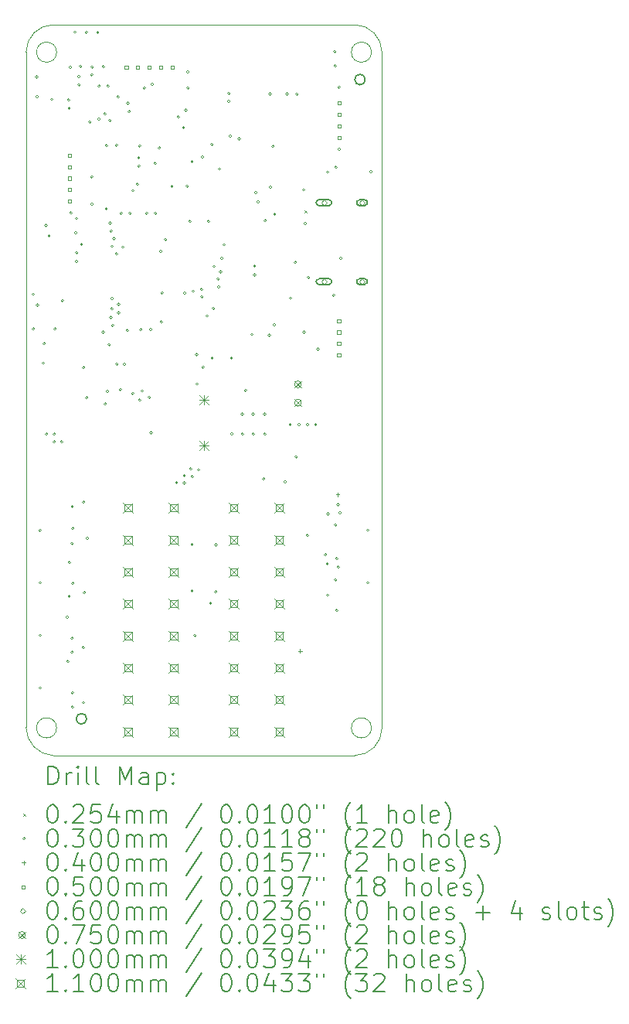
<source format=gbr>
%TF.GenerationSoftware,KiCad,Pcbnew,7.0.2-0*%
%TF.CreationDate,2023-11-28T17:04:41-06:00*%
%TF.ProjectId,Flight Computer,466c6967-6874-4204-936f-6d7075746572,1.1*%
%TF.SameCoordinates,Original*%
%TF.FileFunction,Drillmap*%
%TF.FilePolarity,Positive*%
%FSLAX45Y45*%
G04 Gerber Fmt 4.5, Leading zero omitted, Abs format (unit mm)*
G04 Created by KiCad (PCBNEW 7.0.2-0) date 2023-11-28 17:04:41*
%MOMM*%
%LPD*%
G01*
G04 APERTURE LIST*
%ADD10C,0.100000*%
%ADD11C,0.150000*%
%ADD12C,0.200000*%
%ADD13C,0.025400*%
%ADD14C,0.030000*%
%ADD15C,0.040000*%
%ADD16C,0.050000*%
%ADD17C,0.060000*%
%ADD18C,0.075000*%
%ADD19C,0.110000*%
G04 APERTURE END LIST*
D10*
X12300000Y-2153250D02*
G75*
G03*
X12000000Y-1853250I-300000J0D01*
G01*
X8735000Y-2153250D02*
G75*
G03*
X8735000Y-2153250I-110000J0D01*
G01*
X8700000Y-1853250D02*
G75*
G03*
X8400000Y-2153250I0J-300000D01*
G01*
D11*
X12116600Y-2453000D02*
G75*
G03*
X12116600Y-2453000I-57600J0D01*
G01*
D10*
X12000000Y-1853250D02*
X8700000Y-1853250D01*
X8735000Y-9550000D02*
G75*
G03*
X8735000Y-9550000I-110000J0D01*
G01*
X12185000Y-2153250D02*
G75*
G03*
X12185000Y-2153250I-110000J0D01*
G01*
X12000000Y-9853250D02*
G75*
G03*
X12300000Y-9553250I0J300000D01*
G01*
X8399765Y-9541118D02*
G75*
G03*
X8700000Y-9853250I312366J-2D01*
G01*
X12185000Y-9550000D02*
G75*
G03*
X12185000Y-9550000I-110000J0D01*
G01*
X8700000Y-9853250D02*
X12000000Y-9853250D01*
D11*
X9064600Y-9451000D02*
G75*
G03*
X9064600Y-9451000I-57600J0D01*
G01*
D10*
X12300000Y-9553250D02*
X12300000Y-2153250D01*
X8400000Y-2153250D02*
X8400000Y-9541118D01*
D12*
D13*
X11452300Y-3882300D02*
X11477700Y-3907700D01*
X11477700Y-3882300D02*
X11452300Y-3907700D01*
D14*
X8495000Y-4803250D02*
G75*
G03*
X8495000Y-4803250I-15000J0D01*
G01*
X8497000Y-5182000D02*
G75*
G03*
X8497000Y-5182000I-15000J0D01*
G01*
X8533000Y-2426000D02*
G75*
G03*
X8533000Y-2426000I-15000J0D01*
G01*
X8536000Y-2639000D02*
G75*
G03*
X8536000Y-2639000I-15000J0D01*
G01*
X8540000Y-4923250D02*
G75*
G03*
X8540000Y-4923250I-15000J0D01*
G01*
X8570000Y-7388000D02*
G75*
G03*
X8570000Y-7388000I-15000J0D01*
G01*
X8570000Y-7963000D02*
G75*
G03*
X8570000Y-7963000I-15000J0D01*
G01*
X8570000Y-8538000D02*
G75*
G03*
X8570000Y-8538000I-15000J0D01*
G01*
X8571000Y-9112000D02*
G75*
G03*
X8571000Y-9112000I-15000J0D01*
G01*
X8603000Y-5557000D02*
G75*
G03*
X8603000Y-5557000I-15000J0D01*
G01*
X8616000Y-5343000D02*
G75*
G03*
X8616000Y-5343000I-15000J0D01*
G01*
X8633000Y-4050000D02*
G75*
G03*
X8633000Y-4050000I-15000J0D01*
G01*
X8640000Y-6335000D02*
G75*
G03*
X8640000Y-6335000I-15000J0D01*
G01*
X8668000Y-4165250D02*
G75*
G03*
X8668000Y-4165250I-15000J0D01*
G01*
X8696000Y-2670000D02*
G75*
G03*
X8696000Y-2670000I-15000J0D01*
G01*
X8725000Y-6335000D02*
G75*
G03*
X8725000Y-6335000I-15000J0D01*
G01*
X8725000Y-6420000D02*
G75*
G03*
X8725000Y-6420000I-15000J0D01*
G01*
X8732000Y-5182000D02*
G75*
G03*
X8732000Y-5182000I-15000J0D01*
G01*
X8805000Y-6420000D02*
G75*
G03*
X8805000Y-6420000I-15000J0D01*
G01*
X8815000Y-4873250D02*
G75*
G03*
X8815000Y-4873250I-15000J0D01*
G01*
X8866000Y-8339000D02*
G75*
G03*
X8866000Y-8339000I-15000J0D01*
G01*
X8874000Y-8823000D02*
G75*
G03*
X8874000Y-8823000I-15000J0D01*
G01*
X8882000Y-2676000D02*
G75*
G03*
X8882000Y-2676000I-15000J0D01*
G01*
X8889000Y-8110000D02*
G75*
G03*
X8889000Y-8110000I-15000J0D01*
G01*
X8889500Y-2767500D02*
G75*
G03*
X8889500Y-2767500I-15000J0D01*
G01*
X8891000Y-7740000D02*
G75*
G03*
X8891000Y-7740000I-15000J0D01*
G01*
X8900994Y-2319657D02*
G75*
G03*
X8900994Y-2319657I-15000J0D01*
G01*
X8906000Y-3912000D02*
G75*
G03*
X8906000Y-3912000I-15000J0D01*
G01*
X8919000Y-8723000D02*
G75*
G03*
X8919000Y-8723000I-15000J0D01*
G01*
X8920000Y-7531000D02*
G75*
G03*
X8920000Y-7531000I-15000J0D01*
G01*
X8920000Y-8568000D02*
G75*
G03*
X8920000Y-8568000I-15000J0D01*
G01*
X8922000Y-7128000D02*
G75*
G03*
X8922000Y-7128000I-15000J0D01*
G01*
X8923000Y-9167000D02*
G75*
G03*
X8923000Y-9167000I-15000J0D01*
G01*
X8924000Y-9324000D02*
G75*
G03*
X8924000Y-9324000I-15000J0D01*
G01*
X8928000Y-7368000D02*
G75*
G03*
X8928000Y-7368000I-15000J0D01*
G01*
X8928000Y-7969000D02*
G75*
G03*
X8928000Y-7969000I-15000J0D01*
G01*
X8951000Y-1934000D02*
G75*
G03*
X8951000Y-1934000I-15000J0D01*
G01*
X8960000Y-4131000D02*
G75*
G03*
X8960000Y-4131000I-15000J0D01*
G01*
X8968000Y-3974750D02*
G75*
G03*
X8968000Y-3974750I-15000J0D01*
G01*
X8970000Y-4347000D02*
G75*
G03*
X8970000Y-4347000I-15000J0D01*
G01*
X8970000Y-4443750D02*
G75*
G03*
X8970000Y-4443750I-15000J0D01*
G01*
X8995000Y-2420000D02*
G75*
G03*
X8995000Y-2420000I-15000J0D01*
G01*
X8996000Y-2513000D02*
G75*
G03*
X8996000Y-2513000I-15000J0D01*
G01*
X9013000Y-2310000D02*
G75*
G03*
X9013000Y-2310000I-15000J0D01*
G01*
X9023000Y-4256000D02*
G75*
G03*
X9023000Y-4256000I-15000J0D01*
G01*
X9042000Y-8671000D02*
G75*
G03*
X9042000Y-8671000I-15000J0D01*
G01*
X9044000Y-9274000D02*
G75*
G03*
X9044000Y-9274000I-15000J0D01*
G01*
X9047000Y-7080000D02*
G75*
G03*
X9047000Y-7080000I-15000J0D01*
G01*
X9047500Y-5604500D02*
G75*
G03*
X9047500Y-5604500I-15000J0D01*
G01*
X9056000Y-8070000D02*
G75*
G03*
X9056000Y-8070000I-15000J0D01*
G01*
X9076000Y-1934000D02*
G75*
G03*
X9076000Y-1934000I-15000J0D01*
G01*
X9080000Y-5937000D02*
G75*
G03*
X9080000Y-5937000I-15000J0D01*
G01*
X9088000Y-7476000D02*
G75*
G03*
X9088000Y-7476000I-15000J0D01*
G01*
X9115000Y-2917000D02*
G75*
G03*
X9115000Y-2917000I-15000J0D01*
G01*
X9134950Y-2400000D02*
G75*
G03*
X9134950Y-2400000I-15000J0D01*
G01*
X9136000Y-3518000D02*
G75*
G03*
X9136000Y-3518000I-15000J0D01*
G01*
X9136000Y-3817000D02*
G75*
G03*
X9136000Y-3817000I-15000J0D01*
G01*
X9140000Y-2315000D02*
G75*
G03*
X9140000Y-2315000I-15000J0D01*
G01*
X9201000Y-1937000D02*
G75*
G03*
X9201000Y-1937000I-15000J0D01*
G01*
X9215354Y-2885412D02*
G75*
G03*
X9215354Y-2885412I-15000J0D01*
G01*
X9217000Y-2523950D02*
G75*
G03*
X9217000Y-2523950I-15000J0D01*
G01*
X9261000Y-2312000D02*
G75*
G03*
X9261000Y-2312000I-15000J0D01*
G01*
X9261841Y-5217933D02*
G75*
G03*
X9261841Y-5217933I-15000J0D01*
G01*
X9280776Y-2829282D02*
G75*
G03*
X9280776Y-2829282I-15000J0D01*
G01*
X9281787Y-6003787D02*
G75*
G03*
X9281787Y-6003787I-15000J0D01*
G01*
X9294000Y-3868000D02*
G75*
G03*
X9294000Y-3868000I-15000J0D01*
G01*
X9295498Y-3176502D02*
G75*
G03*
X9295498Y-3176502I-15000J0D01*
G01*
X9307500Y-5864500D02*
G75*
G03*
X9307500Y-5864500I-15000J0D01*
G01*
X9313000Y-2523950D02*
G75*
G03*
X9313000Y-2523950I-15000J0D01*
G01*
X9325795Y-5356205D02*
G75*
G03*
X9325795Y-5356205I-15000J0D01*
G01*
X9335000Y-2902000D02*
G75*
G03*
X9335000Y-2902000I-15000J0D01*
G01*
X9337000Y-4024000D02*
G75*
G03*
X9337000Y-4024000I-15000J0D01*
G01*
X9344471Y-5058250D02*
G75*
G03*
X9344471Y-5058250I-15000J0D01*
G01*
X9347000Y-4112000D02*
G75*
G03*
X9347000Y-4112000I-15000J0D01*
G01*
X9355000Y-4961000D02*
G75*
G03*
X9355000Y-4961000I-15000J0D01*
G01*
X9357000Y-4851000D02*
G75*
G03*
X9357000Y-4851000I-15000J0D01*
G01*
X9358000Y-4278000D02*
G75*
G03*
X9358000Y-4278000I-15000J0D01*
G01*
X9365032Y-5144968D02*
G75*
G03*
X9365032Y-5144968I-15000J0D01*
G01*
X9378000Y-4195000D02*
G75*
G03*
X9378000Y-4195000I-15000J0D01*
G01*
X9405000Y-3172000D02*
G75*
G03*
X9405000Y-3172000I-15000J0D01*
G01*
X9408000Y-4361000D02*
G75*
G03*
X9408000Y-4361000I-15000J0D01*
G01*
X9410000Y-5567000D02*
G75*
G03*
X9410000Y-5567000I-15000J0D01*
G01*
X9424594Y-2642050D02*
G75*
G03*
X9424594Y-2642050I-15000J0D01*
G01*
X9429920Y-4913559D02*
G75*
G03*
X9429920Y-4913559I-15000J0D01*
G01*
X9430079Y-5008303D02*
G75*
G03*
X9430079Y-5008303I-15000J0D01*
G01*
X9450000Y-5847000D02*
G75*
G03*
X9450000Y-5847000I-15000J0D01*
G01*
X9458708Y-3916738D02*
G75*
G03*
X9458708Y-3916738I-15000J0D01*
G01*
X9475387Y-4287613D02*
G75*
G03*
X9475387Y-4287613I-15000J0D01*
G01*
X9492673Y-5569327D02*
G75*
G03*
X9492673Y-5569327I-15000J0D01*
G01*
X9524897Y-5199860D02*
G75*
G03*
X9524897Y-5199860I-15000J0D01*
G01*
X9531000Y-2711000D02*
G75*
G03*
X9531000Y-2711000I-15000J0D01*
G01*
X9545000Y-2803250D02*
G75*
G03*
X9545000Y-2803250I-15000J0D01*
G01*
X9553000Y-3917000D02*
G75*
G03*
X9553000Y-3917000I-15000J0D01*
G01*
X9585000Y-3669000D02*
G75*
G03*
X9585000Y-3669000I-15000J0D01*
G01*
X9585183Y-5889795D02*
G75*
G03*
X9585183Y-5889795I-15000J0D01*
G01*
X9635000Y-3599750D02*
G75*
G03*
X9635000Y-3599750I-15000J0D01*
G01*
X9650000Y-3308200D02*
G75*
G03*
X9650000Y-3308200I-15000J0D01*
G01*
X9652000Y-3402000D02*
G75*
G03*
X9652000Y-3402000I-15000J0D01*
G01*
X9660000Y-3179450D02*
G75*
G03*
X9660000Y-3179450I-15000J0D01*
G01*
X9661940Y-5961743D02*
G75*
G03*
X9661940Y-5961743I-15000J0D01*
G01*
X9673969Y-5190900D02*
G75*
G03*
X9673969Y-5190900I-15000J0D01*
G01*
X9687500Y-5861500D02*
G75*
G03*
X9687500Y-5861500I-15000J0D01*
G01*
X9712000Y-2545000D02*
G75*
G03*
X9712000Y-2545000I-15000J0D01*
G01*
X9737550Y-3917000D02*
G75*
G03*
X9737550Y-3917000I-15000J0D01*
G01*
X9765500Y-5932500D02*
G75*
G03*
X9765500Y-5932500I-15000J0D01*
G01*
X9780824Y-5190800D02*
G75*
G03*
X9780824Y-5190800I-15000J0D01*
G01*
X9785000Y-6320000D02*
G75*
G03*
X9785000Y-6320000I-15000J0D01*
G01*
X9800250Y-2505000D02*
G75*
G03*
X9800250Y-2505000I-15000J0D01*
G01*
X9830000Y-3369245D02*
G75*
G03*
X9830000Y-3369245I-15000J0D01*
G01*
X9832395Y-3916950D02*
G75*
G03*
X9832395Y-3916950I-15000J0D01*
G01*
X9875450Y-3202000D02*
G75*
G03*
X9875450Y-3202000I-15000J0D01*
G01*
X9890000Y-4333250D02*
G75*
G03*
X9890000Y-4333250I-15000J0D01*
G01*
X9899000Y-5106000D02*
G75*
G03*
X9899000Y-5106000I-15000J0D01*
G01*
X9905000Y-4788250D02*
G75*
G03*
X9905000Y-4788250I-15000J0D01*
G01*
X9944967Y-4203967D02*
G75*
G03*
X9944967Y-4203967I-15000J0D01*
G01*
X10015000Y-3622000D02*
G75*
G03*
X10015000Y-3622000I-15000J0D01*
G01*
X10065000Y-6865000D02*
G75*
G03*
X10065000Y-6865000I-15000J0D01*
G01*
X10085000Y-2862000D02*
G75*
G03*
X10085000Y-2862000I-15000J0D01*
G01*
X10141621Y-2979574D02*
G75*
G03*
X10141621Y-2979574I-15000J0D01*
G01*
X10150000Y-6790000D02*
G75*
G03*
X10150000Y-6790000I-15000J0D01*
G01*
X10150000Y-6870000D02*
G75*
G03*
X10150000Y-6870000I-15000J0D01*
G01*
X10153000Y-4790000D02*
G75*
G03*
X10153000Y-4790000I-15000J0D01*
G01*
X10166000Y-2787000D02*
G75*
G03*
X10166000Y-2787000I-15000J0D01*
G01*
X10182450Y-3620100D02*
G75*
G03*
X10182450Y-3620100I-15000J0D01*
G01*
X10187000Y-2371000D02*
G75*
G03*
X10187000Y-2371000I-15000J0D01*
G01*
X10190000Y-2547000D02*
G75*
G03*
X10190000Y-2547000I-15000J0D01*
G01*
X10209729Y-4004507D02*
G75*
G03*
X10209729Y-4004507I-15000J0D01*
G01*
X10220000Y-6715000D02*
G75*
G03*
X10220000Y-6715000I-15000J0D01*
G01*
X10235000Y-3352000D02*
G75*
G03*
X10235000Y-3352000I-15000J0D01*
G01*
X10235000Y-6800000D02*
G75*
G03*
X10235000Y-6800000I-15000J0D01*
G01*
X10235000Y-7542000D02*
G75*
G03*
X10235000Y-7542000I-15000J0D01*
G01*
X10235000Y-8050000D02*
G75*
G03*
X10235000Y-8050000I-15000J0D01*
G01*
X10247000Y-4771000D02*
G75*
G03*
X10247000Y-4771000I-15000J0D01*
G01*
X10265000Y-8540000D02*
G75*
G03*
X10265000Y-8540000I-15000J0D01*
G01*
X10285000Y-5464000D02*
G75*
G03*
X10285000Y-5464000I-15000J0D01*
G01*
X10289000Y-5785000D02*
G75*
G03*
X10289000Y-5785000I-15000J0D01*
G01*
X10305000Y-6725000D02*
G75*
G03*
X10305000Y-6725000I-15000J0D01*
G01*
X10338000Y-4751000D02*
G75*
G03*
X10338000Y-4751000I-15000J0D01*
G01*
X10343000Y-4831000D02*
G75*
G03*
X10343000Y-4831000I-15000J0D01*
G01*
X10350000Y-3300800D02*
G75*
G03*
X10350000Y-3300800I-15000J0D01*
G01*
X10354000Y-5602000D02*
G75*
G03*
X10354000Y-5602000I-15000J0D01*
G01*
X10399000Y-5039000D02*
G75*
G03*
X10399000Y-5039000I-15000J0D01*
G01*
X10415000Y-4005000D02*
G75*
G03*
X10415000Y-4005000I-15000J0D01*
G01*
X10438000Y-8187000D02*
G75*
G03*
X10438000Y-8187000I-15000J0D01*
G01*
X10451050Y-3164000D02*
G75*
G03*
X10451050Y-3164000I-15000J0D01*
G01*
X10455042Y-5502000D02*
G75*
G03*
X10455042Y-5502000I-15000J0D01*
G01*
X10470000Y-4958000D02*
G75*
G03*
X10470000Y-4958000I-15000J0D01*
G01*
X10476000Y-4498000D02*
G75*
G03*
X10476000Y-4498000I-15000J0D01*
G01*
X10495000Y-7547000D02*
G75*
G03*
X10495000Y-7547000I-15000J0D01*
G01*
X10495000Y-8060000D02*
G75*
G03*
X10495000Y-8060000I-15000J0D01*
G01*
X10521000Y-4637000D02*
G75*
G03*
X10521000Y-4637000I-15000J0D01*
G01*
X10527000Y-4723000D02*
G75*
G03*
X10527000Y-4723000I-15000J0D01*
G01*
X10535000Y-3432000D02*
G75*
G03*
X10535000Y-3432000I-15000J0D01*
G01*
X10546000Y-4559000D02*
G75*
G03*
X10546000Y-4559000I-15000J0D01*
G01*
X10558700Y-4410550D02*
G75*
G03*
X10558700Y-4410550I-15000J0D01*
G01*
X10586000Y-4261250D02*
G75*
G03*
X10586000Y-4261250I-15000J0D01*
G01*
X10635000Y-2691000D02*
G75*
G03*
X10635000Y-2691000I-15000J0D01*
G01*
X10637842Y-2604842D02*
G75*
G03*
X10637842Y-2604842I-15000J0D01*
G01*
X10652000Y-3072000D02*
G75*
G03*
X10652000Y-3072000I-15000J0D01*
G01*
X10666250Y-5502000D02*
G75*
G03*
X10666250Y-5502000I-15000J0D01*
G01*
X10671000Y-6333000D02*
G75*
G03*
X10671000Y-6333000I-15000J0D01*
G01*
X10751000Y-3102000D02*
G75*
G03*
X10751000Y-3102000I-15000J0D01*
G01*
X10784000Y-6116000D02*
G75*
G03*
X10784000Y-6116000I-15000J0D01*
G01*
X10786000Y-6333000D02*
G75*
G03*
X10786000Y-6333000I-15000J0D01*
G01*
X10820000Y-5855000D02*
G75*
G03*
X10820000Y-5855000I-15000J0D01*
G01*
X10891000Y-5243250D02*
G75*
G03*
X10891000Y-5243250I-15000J0D01*
G01*
X10904000Y-6116000D02*
G75*
G03*
X10904000Y-6116000I-15000J0D01*
G01*
X10906000Y-6333000D02*
G75*
G03*
X10906000Y-6333000I-15000J0D01*
G01*
X10920000Y-4495000D02*
G75*
G03*
X10920000Y-4495000I-15000J0D01*
G01*
X10921000Y-4592000D02*
G75*
G03*
X10921000Y-4592000I-15000J0D01*
G01*
X10933000Y-3692000D02*
G75*
G03*
X10933000Y-3692000I-15000J0D01*
G01*
X10957000Y-3792000D02*
G75*
G03*
X10957000Y-3792000I-15000J0D01*
G01*
X11020000Y-6825000D02*
G75*
G03*
X11020000Y-6825000I-15000J0D01*
G01*
X11029000Y-6116000D02*
G75*
G03*
X11029000Y-6116000I-15000J0D01*
G01*
X11031000Y-6333000D02*
G75*
G03*
X11031000Y-6333000I-15000J0D01*
G01*
X11036000Y-3999000D02*
G75*
G03*
X11036000Y-3999000I-15000J0D01*
G01*
X11082500Y-5252500D02*
G75*
G03*
X11082500Y-5252500I-15000J0D01*
G01*
X11090000Y-2610000D02*
G75*
G03*
X11090000Y-2610000I-15000J0D01*
G01*
X11093000Y-3632000D02*
G75*
G03*
X11093000Y-3632000I-15000J0D01*
G01*
X11122000Y-3184250D02*
G75*
G03*
X11122000Y-3184250I-15000J0D01*
G01*
X11134887Y-5137887D02*
G75*
G03*
X11134887Y-5137887I-15000J0D01*
G01*
X11140000Y-3927000D02*
G75*
G03*
X11140000Y-3927000I-15000J0D01*
G01*
X11255000Y-6856000D02*
G75*
G03*
X11255000Y-6856000I-15000J0D01*
G01*
X11275000Y-2612000D02*
G75*
G03*
X11275000Y-2612000I-15000J0D01*
G01*
X11310000Y-6230000D02*
G75*
G03*
X11310000Y-6230000I-15000J0D01*
G01*
X11314000Y-4845000D02*
G75*
G03*
X11314000Y-4845000I-15000J0D01*
G01*
X11366538Y-4452462D02*
G75*
G03*
X11366538Y-4452462I-15000J0D01*
G01*
X11375000Y-6585000D02*
G75*
G03*
X11375000Y-6585000I-15000J0D01*
G01*
X11384000Y-2612000D02*
G75*
G03*
X11384000Y-2612000I-15000J0D01*
G01*
X11405000Y-6230000D02*
G75*
G03*
X11405000Y-6230000I-15000J0D01*
G01*
X11458000Y-3662000D02*
G75*
G03*
X11458000Y-3662000I-15000J0D01*
G01*
X11461000Y-5220000D02*
G75*
G03*
X11461000Y-5220000I-15000J0D01*
G01*
X11475000Y-4030000D02*
G75*
G03*
X11475000Y-4030000I-15000J0D01*
G01*
X11498000Y-7445000D02*
G75*
G03*
X11498000Y-7445000I-15000J0D01*
G01*
X11500000Y-6230000D02*
G75*
G03*
X11500000Y-6230000I-15000J0D01*
G01*
X11510000Y-4620000D02*
G75*
G03*
X11510000Y-4620000I-15000J0D01*
G01*
X11590000Y-6230000D02*
G75*
G03*
X11590000Y-6230000I-15000J0D01*
G01*
X11615000Y-5406000D02*
G75*
G03*
X11615000Y-5406000I-15000J0D01*
G01*
X11696000Y-7655000D02*
G75*
G03*
X11696000Y-7655000I-15000J0D01*
G01*
X11717000Y-7754000D02*
G75*
G03*
X11717000Y-7754000I-15000J0D01*
G01*
X11720500Y-3467000D02*
G75*
G03*
X11720500Y-3467000I-15000J0D01*
G01*
X11721000Y-8098000D02*
G75*
G03*
X11721000Y-8098000I-15000J0D01*
G01*
X11725000Y-7207000D02*
G75*
G03*
X11725000Y-7207000I-15000J0D01*
G01*
X11787000Y-4814000D02*
G75*
G03*
X11787000Y-4814000I-15000J0D01*
G01*
X11798000Y-2148000D02*
G75*
G03*
X11798000Y-2148000I-15000J0D01*
G01*
X11802000Y-2304000D02*
G75*
G03*
X11802000Y-2304000I-15000J0D01*
G01*
X11807000Y-7328000D02*
G75*
G03*
X11807000Y-7328000I-15000J0D01*
G01*
X11807000Y-7930000D02*
G75*
G03*
X11807000Y-7930000I-15000J0D01*
G01*
X11810050Y-3413250D02*
G75*
G03*
X11810050Y-3413250I-15000J0D01*
G01*
X11818000Y-8264000D02*
G75*
G03*
X11818000Y-8264000I-15000J0D01*
G01*
X11819000Y-7696000D02*
G75*
G03*
X11819000Y-7696000I-15000J0D01*
G01*
X11835000Y-7105000D02*
G75*
G03*
X11835000Y-7105000I-15000J0D01*
G01*
X11835000Y-7790000D02*
G75*
G03*
X11835000Y-7790000I-15000J0D01*
G01*
X11843000Y-2537000D02*
G75*
G03*
X11843000Y-2537000I-15000J0D01*
G01*
X11845000Y-3216000D02*
G75*
G03*
X11845000Y-3216000I-15000J0D01*
G01*
X11856000Y-7195000D02*
G75*
G03*
X11856000Y-7195000I-15000J0D01*
G01*
X11865000Y-4409000D02*
G75*
G03*
X11865000Y-4409000I-15000J0D01*
G01*
X12160000Y-7387000D02*
G75*
G03*
X12160000Y-7387000I-15000J0D01*
G01*
X12160000Y-7963000D02*
G75*
G03*
X12160000Y-7963000I-15000J0D01*
G01*
X12195500Y-3462000D02*
G75*
G03*
X12195500Y-3462000I-15000J0D01*
G01*
D15*
X11402000Y-8688000D02*
X11402000Y-8728000D01*
X11382000Y-8708000D02*
X11422000Y-8708000D01*
X11815000Y-6975000D02*
X11815000Y-7015000D01*
X11795000Y-6995000D02*
X11835000Y-6995000D01*
D16*
X8893678Y-3301678D02*
X8893678Y-3266322D01*
X8858322Y-3266322D01*
X8858322Y-3301678D01*
X8893678Y-3301678D01*
X8893678Y-3426678D02*
X8893678Y-3391322D01*
X8858322Y-3391322D01*
X8858322Y-3426678D01*
X8893678Y-3426678D01*
X8893678Y-3551678D02*
X8893678Y-3516322D01*
X8858322Y-3516322D01*
X8858322Y-3551678D01*
X8893678Y-3551678D01*
X8893678Y-3676678D02*
X8893678Y-3641322D01*
X8858322Y-3641322D01*
X8858322Y-3676678D01*
X8893678Y-3676678D01*
X8893678Y-3801678D02*
X8893678Y-3766322D01*
X8858322Y-3766322D01*
X8858322Y-3801678D01*
X8893678Y-3801678D01*
X9517678Y-2337678D02*
X9517678Y-2302322D01*
X9482322Y-2302322D01*
X9482322Y-2337678D01*
X9517678Y-2337678D01*
X9642678Y-2337678D02*
X9642678Y-2302322D01*
X9607322Y-2302322D01*
X9607322Y-2337678D01*
X9642678Y-2337678D01*
X9767678Y-2337678D02*
X9767678Y-2302322D01*
X9732322Y-2302322D01*
X9732322Y-2337678D01*
X9767678Y-2337678D01*
X9892678Y-2337678D02*
X9892678Y-2302322D01*
X9857322Y-2302322D01*
X9857322Y-2337678D01*
X9892678Y-2337678D01*
X10017678Y-2337678D02*
X10017678Y-2302322D01*
X9982322Y-2302322D01*
X9982322Y-2337678D01*
X10017678Y-2337678D01*
X11844678Y-5111678D02*
X11844678Y-5076322D01*
X11809322Y-5076322D01*
X11809322Y-5111678D01*
X11844678Y-5111678D01*
X11844678Y-5236678D02*
X11844678Y-5201322D01*
X11809322Y-5201322D01*
X11809322Y-5236678D01*
X11844678Y-5236678D01*
X11844678Y-5361678D02*
X11844678Y-5326322D01*
X11809322Y-5326322D01*
X11809322Y-5361678D01*
X11844678Y-5361678D01*
X11844678Y-5486678D02*
X11844678Y-5451322D01*
X11809322Y-5451322D01*
X11809322Y-5486678D01*
X11844678Y-5486678D01*
X11847678Y-2728428D02*
X11847678Y-2693072D01*
X11812322Y-2693072D01*
X11812322Y-2728428D01*
X11847678Y-2728428D01*
X11847678Y-2853428D02*
X11847678Y-2818072D01*
X11812322Y-2818072D01*
X11812322Y-2853428D01*
X11847678Y-2853428D01*
X11847678Y-2978428D02*
X11847678Y-2943072D01*
X11812322Y-2943072D01*
X11812322Y-2978428D01*
X11847678Y-2978428D01*
X11847678Y-3103428D02*
X11847678Y-3068072D01*
X11812322Y-3068072D01*
X11812322Y-3103428D01*
X11847678Y-3103428D01*
D17*
X11663500Y-3830250D02*
X11693500Y-3800250D01*
X11663500Y-3770250D01*
X11633500Y-3800250D01*
X11663500Y-3830250D01*
D12*
X11608500Y-3830250D02*
X11718500Y-3830250D01*
X11718500Y-3830250D02*
G75*
G03*
X11718500Y-3770250I0J30000D01*
G01*
X11718500Y-3770250D02*
X11608500Y-3770250D01*
X11608500Y-3770250D02*
G75*
G03*
X11608500Y-3830250I0J-30000D01*
G01*
D17*
X11663500Y-4694250D02*
X11693500Y-4664250D01*
X11663500Y-4634250D01*
X11633500Y-4664250D01*
X11663500Y-4694250D01*
D12*
X11608500Y-4694250D02*
X11718500Y-4694250D01*
X11718500Y-4694250D02*
G75*
G03*
X11718500Y-4634250I0J30000D01*
G01*
X11718500Y-4634250D02*
X11608500Y-4634250D01*
X11608500Y-4634250D02*
G75*
G03*
X11608500Y-4694250I0J-30000D01*
G01*
D17*
X12081500Y-3830250D02*
X12111500Y-3800250D01*
X12081500Y-3770250D01*
X12051500Y-3800250D01*
X12081500Y-3830250D01*
D12*
X12051500Y-3830250D02*
X12111500Y-3830250D01*
X12111500Y-3830250D02*
G75*
G03*
X12111500Y-3770250I0J30000D01*
G01*
X12111500Y-3770250D02*
X12051500Y-3770250D01*
X12051500Y-3770250D02*
G75*
G03*
X12051500Y-3830250I0J-30000D01*
G01*
D17*
X12081500Y-4694250D02*
X12111500Y-4664250D01*
X12081500Y-4634250D01*
X12051500Y-4664250D01*
X12081500Y-4694250D01*
D12*
X12051500Y-4694250D02*
X12111500Y-4694250D01*
X12111500Y-4694250D02*
G75*
G03*
X12111500Y-4634250I0J30000D01*
G01*
X12111500Y-4634250D02*
X12051500Y-4634250D01*
X12051500Y-4634250D02*
G75*
G03*
X12051500Y-4694250I0J-30000D01*
G01*
D18*
X11342500Y-5752500D02*
X11417500Y-5827500D01*
X11417500Y-5752500D02*
X11342500Y-5827500D01*
X11417500Y-5790000D02*
G75*
G03*
X11417500Y-5790000I-37500J0D01*
G01*
X11342500Y-5952500D02*
X11417500Y-6027500D01*
X11417500Y-5952500D02*
X11342500Y-6027500D01*
X11417500Y-5990000D02*
G75*
G03*
X11417500Y-5990000I-37500J0D01*
G01*
D10*
X10300000Y-5909000D02*
X10400000Y-6009000D01*
X10400000Y-5909000D02*
X10300000Y-6009000D01*
X10350000Y-5909000D02*
X10350000Y-6009000D01*
X10300000Y-5959000D02*
X10400000Y-5959000D01*
X10300000Y-6409000D02*
X10400000Y-6509000D01*
X10400000Y-6409000D02*
X10300000Y-6509000D01*
X10350000Y-6409000D02*
X10350000Y-6509000D01*
X10300000Y-6459000D02*
X10400000Y-6459000D01*
D19*
X9465000Y-7087000D02*
X9575000Y-7197000D01*
X9575000Y-7087000D02*
X9465000Y-7197000D01*
X9558891Y-7180891D02*
X9558891Y-7103109D01*
X9481109Y-7103109D01*
X9481109Y-7180891D01*
X9558891Y-7180891D01*
X9465000Y-7437000D02*
X9575000Y-7547000D01*
X9575000Y-7437000D02*
X9465000Y-7547000D01*
X9558891Y-7530891D02*
X9558891Y-7453109D01*
X9481109Y-7453109D01*
X9481109Y-7530891D01*
X9558891Y-7530891D01*
X9465000Y-7787000D02*
X9575000Y-7897000D01*
X9575000Y-7787000D02*
X9465000Y-7897000D01*
X9558891Y-7880891D02*
X9558891Y-7803109D01*
X9481109Y-7803109D01*
X9481109Y-7880891D01*
X9558891Y-7880891D01*
X9465000Y-8137000D02*
X9575000Y-8247000D01*
X9575000Y-8137000D02*
X9465000Y-8247000D01*
X9558891Y-8230891D02*
X9558891Y-8153109D01*
X9481109Y-8153109D01*
X9481109Y-8230891D01*
X9558891Y-8230891D01*
X9465000Y-8487000D02*
X9575000Y-8597000D01*
X9575000Y-8487000D02*
X9465000Y-8597000D01*
X9558891Y-8580891D02*
X9558891Y-8503109D01*
X9481109Y-8503109D01*
X9481109Y-8580891D01*
X9558891Y-8580891D01*
X9465000Y-8837000D02*
X9575000Y-8947000D01*
X9575000Y-8837000D02*
X9465000Y-8947000D01*
X9558891Y-8930891D02*
X9558891Y-8853109D01*
X9481109Y-8853109D01*
X9481109Y-8930891D01*
X9558891Y-8930891D01*
X9465000Y-9187000D02*
X9575000Y-9297000D01*
X9575000Y-9187000D02*
X9465000Y-9297000D01*
X9558891Y-9280891D02*
X9558891Y-9203109D01*
X9481109Y-9203109D01*
X9481109Y-9280891D01*
X9558891Y-9280891D01*
X9465000Y-9537000D02*
X9575000Y-9647000D01*
X9575000Y-9537000D02*
X9465000Y-9647000D01*
X9558891Y-9630891D02*
X9558891Y-9553109D01*
X9481109Y-9553109D01*
X9481109Y-9630891D01*
X9558891Y-9630891D01*
X9965000Y-7087000D02*
X10075000Y-7197000D01*
X10075000Y-7087000D02*
X9965000Y-7197000D01*
X10058891Y-7180891D02*
X10058891Y-7103109D01*
X9981109Y-7103109D01*
X9981109Y-7180891D01*
X10058891Y-7180891D01*
X9965000Y-7437000D02*
X10075000Y-7547000D01*
X10075000Y-7437000D02*
X9965000Y-7547000D01*
X10058891Y-7530891D02*
X10058891Y-7453109D01*
X9981109Y-7453109D01*
X9981109Y-7530891D01*
X10058891Y-7530891D01*
X9965000Y-7787000D02*
X10075000Y-7897000D01*
X10075000Y-7787000D02*
X9965000Y-7897000D01*
X10058891Y-7880891D02*
X10058891Y-7803109D01*
X9981109Y-7803109D01*
X9981109Y-7880891D01*
X10058891Y-7880891D01*
X9965000Y-8137000D02*
X10075000Y-8247000D01*
X10075000Y-8137000D02*
X9965000Y-8247000D01*
X10058891Y-8230891D02*
X10058891Y-8153109D01*
X9981109Y-8153109D01*
X9981109Y-8230891D01*
X10058891Y-8230891D01*
X9965000Y-8487000D02*
X10075000Y-8597000D01*
X10075000Y-8487000D02*
X9965000Y-8597000D01*
X10058891Y-8580891D02*
X10058891Y-8503109D01*
X9981109Y-8503109D01*
X9981109Y-8580891D01*
X10058891Y-8580891D01*
X9965000Y-8837000D02*
X10075000Y-8947000D01*
X10075000Y-8837000D02*
X9965000Y-8947000D01*
X10058891Y-8930891D02*
X10058891Y-8853109D01*
X9981109Y-8853109D01*
X9981109Y-8930891D01*
X10058891Y-8930891D01*
X9965000Y-9187000D02*
X10075000Y-9297000D01*
X10075000Y-9187000D02*
X9965000Y-9297000D01*
X10058891Y-9280891D02*
X10058891Y-9203109D01*
X9981109Y-9203109D01*
X9981109Y-9280891D01*
X10058891Y-9280891D01*
X9965000Y-9537000D02*
X10075000Y-9647000D01*
X10075000Y-9537000D02*
X9965000Y-9647000D01*
X10058891Y-9630891D02*
X10058891Y-9553109D01*
X9981109Y-9553109D01*
X9981109Y-9630891D01*
X10058891Y-9630891D01*
X10624000Y-7087000D02*
X10734000Y-7197000D01*
X10734000Y-7087000D02*
X10624000Y-7197000D01*
X10717891Y-7180891D02*
X10717891Y-7103109D01*
X10640109Y-7103109D01*
X10640109Y-7180891D01*
X10717891Y-7180891D01*
X10624000Y-7437000D02*
X10734000Y-7547000D01*
X10734000Y-7437000D02*
X10624000Y-7547000D01*
X10717891Y-7530891D02*
X10717891Y-7453109D01*
X10640109Y-7453109D01*
X10640109Y-7530891D01*
X10717891Y-7530891D01*
X10624000Y-7787000D02*
X10734000Y-7897000D01*
X10734000Y-7787000D02*
X10624000Y-7897000D01*
X10717891Y-7880891D02*
X10717891Y-7803109D01*
X10640109Y-7803109D01*
X10640109Y-7880891D01*
X10717891Y-7880891D01*
X10624000Y-8137000D02*
X10734000Y-8247000D01*
X10734000Y-8137000D02*
X10624000Y-8247000D01*
X10717891Y-8230891D02*
X10717891Y-8153109D01*
X10640109Y-8153109D01*
X10640109Y-8230891D01*
X10717891Y-8230891D01*
X10624000Y-8487000D02*
X10734000Y-8597000D01*
X10734000Y-8487000D02*
X10624000Y-8597000D01*
X10717891Y-8580891D02*
X10717891Y-8503109D01*
X10640109Y-8503109D01*
X10640109Y-8580891D01*
X10717891Y-8580891D01*
X10624000Y-8837000D02*
X10734000Y-8947000D01*
X10734000Y-8837000D02*
X10624000Y-8947000D01*
X10717891Y-8930891D02*
X10717891Y-8853109D01*
X10640109Y-8853109D01*
X10640109Y-8930891D01*
X10717891Y-8930891D01*
X10624000Y-9187000D02*
X10734000Y-9297000D01*
X10734000Y-9187000D02*
X10624000Y-9297000D01*
X10717891Y-9280891D02*
X10717891Y-9203109D01*
X10640109Y-9203109D01*
X10640109Y-9280891D01*
X10717891Y-9280891D01*
X10624000Y-9537000D02*
X10734000Y-9647000D01*
X10734000Y-9537000D02*
X10624000Y-9647000D01*
X10717891Y-9630891D02*
X10717891Y-9553109D01*
X10640109Y-9553109D01*
X10640109Y-9630891D01*
X10717891Y-9630891D01*
X11124000Y-7087000D02*
X11234000Y-7197000D01*
X11234000Y-7087000D02*
X11124000Y-7197000D01*
X11217891Y-7180891D02*
X11217891Y-7103109D01*
X11140109Y-7103109D01*
X11140109Y-7180891D01*
X11217891Y-7180891D01*
X11124000Y-7437000D02*
X11234000Y-7547000D01*
X11234000Y-7437000D02*
X11124000Y-7547000D01*
X11217891Y-7530891D02*
X11217891Y-7453109D01*
X11140109Y-7453109D01*
X11140109Y-7530891D01*
X11217891Y-7530891D01*
X11124000Y-7787000D02*
X11234000Y-7897000D01*
X11234000Y-7787000D02*
X11124000Y-7897000D01*
X11217891Y-7880891D02*
X11217891Y-7803109D01*
X11140109Y-7803109D01*
X11140109Y-7880891D01*
X11217891Y-7880891D01*
X11124000Y-8137000D02*
X11234000Y-8247000D01*
X11234000Y-8137000D02*
X11124000Y-8247000D01*
X11217891Y-8230891D02*
X11217891Y-8153109D01*
X11140109Y-8153109D01*
X11140109Y-8230891D01*
X11217891Y-8230891D01*
X11124000Y-8487000D02*
X11234000Y-8597000D01*
X11234000Y-8487000D02*
X11124000Y-8597000D01*
X11217891Y-8580891D02*
X11217891Y-8503109D01*
X11140109Y-8503109D01*
X11140109Y-8580891D01*
X11217891Y-8580891D01*
X11124000Y-8837000D02*
X11234000Y-8947000D01*
X11234000Y-8837000D02*
X11124000Y-8947000D01*
X11217891Y-8930891D02*
X11217891Y-8853109D01*
X11140109Y-8853109D01*
X11140109Y-8930891D01*
X11217891Y-8930891D01*
X11124000Y-9187000D02*
X11234000Y-9297000D01*
X11234000Y-9187000D02*
X11124000Y-9297000D01*
X11217891Y-9280891D02*
X11217891Y-9203109D01*
X11140109Y-9203109D01*
X11140109Y-9280891D01*
X11217891Y-9280891D01*
X11124000Y-9537000D02*
X11234000Y-9647000D01*
X11234000Y-9537000D02*
X11124000Y-9647000D01*
X11217891Y-9630891D02*
X11217891Y-9553109D01*
X11140109Y-9553109D01*
X11140109Y-9630891D01*
X11217891Y-9630891D01*
D12*
X8642383Y-10170774D02*
X8642383Y-9970774D01*
X8642383Y-9970774D02*
X8690002Y-9970774D01*
X8690002Y-9970774D02*
X8718574Y-9980298D01*
X8718574Y-9980298D02*
X8737622Y-9999345D01*
X8737622Y-9999345D02*
X8747145Y-10018393D01*
X8747145Y-10018393D02*
X8756669Y-10056488D01*
X8756669Y-10056488D02*
X8756669Y-10085060D01*
X8756669Y-10085060D02*
X8747145Y-10123155D01*
X8747145Y-10123155D02*
X8737622Y-10142202D01*
X8737622Y-10142202D02*
X8718574Y-10161250D01*
X8718574Y-10161250D02*
X8690002Y-10170774D01*
X8690002Y-10170774D02*
X8642383Y-10170774D01*
X8842383Y-10170774D02*
X8842383Y-10037440D01*
X8842383Y-10075536D02*
X8851907Y-10056488D01*
X8851907Y-10056488D02*
X8861431Y-10046964D01*
X8861431Y-10046964D02*
X8880479Y-10037440D01*
X8880479Y-10037440D02*
X8899526Y-10037440D01*
X8966193Y-10170774D02*
X8966193Y-10037440D01*
X8966193Y-9970774D02*
X8956669Y-9980298D01*
X8956669Y-9980298D02*
X8966193Y-9989821D01*
X8966193Y-9989821D02*
X8975717Y-9980298D01*
X8975717Y-9980298D02*
X8966193Y-9970774D01*
X8966193Y-9970774D02*
X8966193Y-9989821D01*
X9090002Y-10170774D02*
X9070955Y-10161250D01*
X9070955Y-10161250D02*
X9061431Y-10142202D01*
X9061431Y-10142202D02*
X9061431Y-9970774D01*
X9194764Y-10170774D02*
X9175717Y-10161250D01*
X9175717Y-10161250D02*
X9166193Y-10142202D01*
X9166193Y-10142202D02*
X9166193Y-9970774D01*
X9423336Y-10170774D02*
X9423336Y-9970774D01*
X9423336Y-9970774D02*
X9490003Y-10113631D01*
X9490003Y-10113631D02*
X9556669Y-9970774D01*
X9556669Y-9970774D02*
X9556669Y-10170774D01*
X9737622Y-10170774D02*
X9737622Y-10066012D01*
X9737622Y-10066012D02*
X9728098Y-10046964D01*
X9728098Y-10046964D02*
X9709050Y-10037440D01*
X9709050Y-10037440D02*
X9670955Y-10037440D01*
X9670955Y-10037440D02*
X9651907Y-10046964D01*
X9737622Y-10161250D02*
X9718574Y-10170774D01*
X9718574Y-10170774D02*
X9670955Y-10170774D01*
X9670955Y-10170774D02*
X9651907Y-10161250D01*
X9651907Y-10161250D02*
X9642383Y-10142202D01*
X9642383Y-10142202D02*
X9642383Y-10123155D01*
X9642383Y-10123155D02*
X9651907Y-10104107D01*
X9651907Y-10104107D02*
X9670955Y-10094583D01*
X9670955Y-10094583D02*
X9718574Y-10094583D01*
X9718574Y-10094583D02*
X9737622Y-10085060D01*
X9832860Y-10037440D02*
X9832860Y-10237440D01*
X9832860Y-10046964D02*
X9851907Y-10037440D01*
X9851907Y-10037440D02*
X9890003Y-10037440D01*
X9890003Y-10037440D02*
X9909050Y-10046964D01*
X9909050Y-10046964D02*
X9918574Y-10056488D01*
X9918574Y-10056488D02*
X9928098Y-10075536D01*
X9928098Y-10075536D02*
X9928098Y-10132679D01*
X9928098Y-10132679D02*
X9918574Y-10151726D01*
X9918574Y-10151726D02*
X9909050Y-10161250D01*
X9909050Y-10161250D02*
X9890003Y-10170774D01*
X9890003Y-10170774D02*
X9851907Y-10170774D01*
X9851907Y-10170774D02*
X9832860Y-10161250D01*
X10013812Y-10151726D02*
X10023336Y-10161250D01*
X10023336Y-10161250D02*
X10013812Y-10170774D01*
X10013812Y-10170774D02*
X10004288Y-10161250D01*
X10004288Y-10161250D02*
X10013812Y-10151726D01*
X10013812Y-10151726D02*
X10013812Y-10170774D01*
X10013812Y-10046964D02*
X10023336Y-10056488D01*
X10023336Y-10056488D02*
X10013812Y-10066012D01*
X10013812Y-10066012D02*
X10004288Y-10056488D01*
X10004288Y-10056488D02*
X10013812Y-10046964D01*
X10013812Y-10046964D02*
X10013812Y-10066012D01*
D13*
X8369364Y-10485550D02*
X8394764Y-10510950D01*
X8394764Y-10485550D02*
X8369364Y-10510950D01*
D12*
X8680479Y-10390774D02*
X8699526Y-10390774D01*
X8699526Y-10390774D02*
X8718574Y-10400298D01*
X8718574Y-10400298D02*
X8728098Y-10409821D01*
X8728098Y-10409821D02*
X8737622Y-10428869D01*
X8737622Y-10428869D02*
X8747145Y-10466964D01*
X8747145Y-10466964D02*
X8747145Y-10514583D01*
X8747145Y-10514583D02*
X8737622Y-10552679D01*
X8737622Y-10552679D02*
X8728098Y-10571726D01*
X8728098Y-10571726D02*
X8718574Y-10581250D01*
X8718574Y-10581250D02*
X8699526Y-10590774D01*
X8699526Y-10590774D02*
X8680479Y-10590774D01*
X8680479Y-10590774D02*
X8661431Y-10581250D01*
X8661431Y-10581250D02*
X8651907Y-10571726D01*
X8651907Y-10571726D02*
X8642383Y-10552679D01*
X8642383Y-10552679D02*
X8632860Y-10514583D01*
X8632860Y-10514583D02*
X8632860Y-10466964D01*
X8632860Y-10466964D02*
X8642383Y-10428869D01*
X8642383Y-10428869D02*
X8651907Y-10409821D01*
X8651907Y-10409821D02*
X8661431Y-10400298D01*
X8661431Y-10400298D02*
X8680479Y-10390774D01*
X8832860Y-10571726D02*
X8842383Y-10581250D01*
X8842383Y-10581250D02*
X8832860Y-10590774D01*
X8832860Y-10590774D02*
X8823336Y-10581250D01*
X8823336Y-10581250D02*
X8832860Y-10571726D01*
X8832860Y-10571726D02*
X8832860Y-10590774D01*
X8918574Y-10409821D02*
X8928098Y-10400298D01*
X8928098Y-10400298D02*
X8947145Y-10390774D01*
X8947145Y-10390774D02*
X8994764Y-10390774D01*
X8994764Y-10390774D02*
X9013812Y-10400298D01*
X9013812Y-10400298D02*
X9023336Y-10409821D01*
X9023336Y-10409821D02*
X9032860Y-10428869D01*
X9032860Y-10428869D02*
X9032860Y-10447917D01*
X9032860Y-10447917D02*
X9023336Y-10476488D01*
X9023336Y-10476488D02*
X8909050Y-10590774D01*
X8909050Y-10590774D02*
X9032860Y-10590774D01*
X9213812Y-10390774D02*
X9118574Y-10390774D01*
X9118574Y-10390774D02*
X9109050Y-10486012D01*
X9109050Y-10486012D02*
X9118574Y-10476488D01*
X9118574Y-10476488D02*
X9137622Y-10466964D01*
X9137622Y-10466964D02*
X9185241Y-10466964D01*
X9185241Y-10466964D02*
X9204288Y-10476488D01*
X9204288Y-10476488D02*
X9213812Y-10486012D01*
X9213812Y-10486012D02*
X9223336Y-10505060D01*
X9223336Y-10505060D02*
X9223336Y-10552679D01*
X9223336Y-10552679D02*
X9213812Y-10571726D01*
X9213812Y-10571726D02*
X9204288Y-10581250D01*
X9204288Y-10581250D02*
X9185241Y-10590774D01*
X9185241Y-10590774D02*
X9137622Y-10590774D01*
X9137622Y-10590774D02*
X9118574Y-10581250D01*
X9118574Y-10581250D02*
X9109050Y-10571726D01*
X9394764Y-10457440D02*
X9394764Y-10590774D01*
X9347145Y-10381250D02*
X9299526Y-10524107D01*
X9299526Y-10524107D02*
X9423336Y-10524107D01*
X9499526Y-10590774D02*
X9499526Y-10457440D01*
X9499526Y-10476488D02*
X9509050Y-10466964D01*
X9509050Y-10466964D02*
X9528098Y-10457440D01*
X9528098Y-10457440D02*
X9556669Y-10457440D01*
X9556669Y-10457440D02*
X9575717Y-10466964D01*
X9575717Y-10466964D02*
X9585241Y-10486012D01*
X9585241Y-10486012D02*
X9585241Y-10590774D01*
X9585241Y-10486012D02*
X9594764Y-10466964D01*
X9594764Y-10466964D02*
X9613812Y-10457440D01*
X9613812Y-10457440D02*
X9642383Y-10457440D01*
X9642383Y-10457440D02*
X9661431Y-10466964D01*
X9661431Y-10466964D02*
X9670955Y-10486012D01*
X9670955Y-10486012D02*
X9670955Y-10590774D01*
X9766193Y-10590774D02*
X9766193Y-10457440D01*
X9766193Y-10476488D02*
X9775717Y-10466964D01*
X9775717Y-10466964D02*
X9794764Y-10457440D01*
X9794764Y-10457440D02*
X9823336Y-10457440D01*
X9823336Y-10457440D02*
X9842384Y-10466964D01*
X9842384Y-10466964D02*
X9851907Y-10486012D01*
X9851907Y-10486012D02*
X9851907Y-10590774D01*
X9851907Y-10486012D02*
X9861431Y-10466964D01*
X9861431Y-10466964D02*
X9880479Y-10457440D01*
X9880479Y-10457440D02*
X9909050Y-10457440D01*
X9909050Y-10457440D02*
X9928098Y-10466964D01*
X9928098Y-10466964D02*
X9937622Y-10486012D01*
X9937622Y-10486012D02*
X9937622Y-10590774D01*
X10328098Y-10381250D02*
X10156669Y-10638393D01*
X10585241Y-10390774D02*
X10604288Y-10390774D01*
X10604288Y-10390774D02*
X10623336Y-10400298D01*
X10623336Y-10400298D02*
X10632860Y-10409821D01*
X10632860Y-10409821D02*
X10642384Y-10428869D01*
X10642384Y-10428869D02*
X10651907Y-10466964D01*
X10651907Y-10466964D02*
X10651907Y-10514583D01*
X10651907Y-10514583D02*
X10642384Y-10552679D01*
X10642384Y-10552679D02*
X10632860Y-10571726D01*
X10632860Y-10571726D02*
X10623336Y-10581250D01*
X10623336Y-10581250D02*
X10604288Y-10590774D01*
X10604288Y-10590774D02*
X10585241Y-10590774D01*
X10585241Y-10590774D02*
X10566193Y-10581250D01*
X10566193Y-10581250D02*
X10556669Y-10571726D01*
X10556669Y-10571726D02*
X10547146Y-10552679D01*
X10547146Y-10552679D02*
X10537622Y-10514583D01*
X10537622Y-10514583D02*
X10537622Y-10466964D01*
X10537622Y-10466964D02*
X10547146Y-10428869D01*
X10547146Y-10428869D02*
X10556669Y-10409821D01*
X10556669Y-10409821D02*
X10566193Y-10400298D01*
X10566193Y-10400298D02*
X10585241Y-10390774D01*
X10737622Y-10571726D02*
X10747146Y-10581250D01*
X10747146Y-10581250D02*
X10737622Y-10590774D01*
X10737622Y-10590774D02*
X10728098Y-10581250D01*
X10728098Y-10581250D02*
X10737622Y-10571726D01*
X10737622Y-10571726D02*
X10737622Y-10590774D01*
X10870955Y-10390774D02*
X10890003Y-10390774D01*
X10890003Y-10390774D02*
X10909050Y-10400298D01*
X10909050Y-10400298D02*
X10918574Y-10409821D01*
X10918574Y-10409821D02*
X10928098Y-10428869D01*
X10928098Y-10428869D02*
X10937622Y-10466964D01*
X10937622Y-10466964D02*
X10937622Y-10514583D01*
X10937622Y-10514583D02*
X10928098Y-10552679D01*
X10928098Y-10552679D02*
X10918574Y-10571726D01*
X10918574Y-10571726D02*
X10909050Y-10581250D01*
X10909050Y-10581250D02*
X10890003Y-10590774D01*
X10890003Y-10590774D02*
X10870955Y-10590774D01*
X10870955Y-10590774D02*
X10851907Y-10581250D01*
X10851907Y-10581250D02*
X10842384Y-10571726D01*
X10842384Y-10571726D02*
X10832860Y-10552679D01*
X10832860Y-10552679D02*
X10823336Y-10514583D01*
X10823336Y-10514583D02*
X10823336Y-10466964D01*
X10823336Y-10466964D02*
X10832860Y-10428869D01*
X10832860Y-10428869D02*
X10842384Y-10409821D01*
X10842384Y-10409821D02*
X10851907Y-10400298D01*
X10851907Y-10400298D02*
X10870955Y-10390774D01*
X11128098Y-10590774D02*
X11013812Y-10590774D01*
X11070955Y-10590774D02*
X11070955Y-10390774D01*
X11070955Y-10390774D02*
X11051907Y-10419345D01*
X11051907Y-10419345D02*
X11032860Y-10438393D01*
X11032860Y-10438393D02*
X11013812Y-10447917D01*
X11251907Y-10390774D02*
X11270955Y-10390774D01*
X11270955Y-10390774D02*
X11290003Y-10400298D01*
X11290003Y-10400298D02*
X11299526Y-10409821D01*
X11299526Y-10409821D02*
X11309050Y-10428869D01*
X11309050Y-10428869D02*
X11318574Y-10466964D01*
X11318574Y-10466964D02*
X11318574Y-10514583D01*
X11318574Y-10514583D02*
X11309050Y-10552679D01*
X11309050Y-10552679D02*
X11299526Y-10571726D01*
X11299526Y-10571726D02*
X11290003Y-10581250D01*
X11290003Y-10581250D02*
X11270955Y-10590774D01*
X11270955Y-10590774D02*
X11251907Y-10590774D01*
X11251907Y-10590774D02*
X11232860Y-10581250D01*
X11232860Y-10581250D02*
X11223336Y-10571726D01*
X11223336Y-10571726D02*
X11213812Y-10552679D01*
X11213812Y-10552679D02*
X11204288Y-10514583D01*
X11204288Y-10514583D02*
X11204288Y-10466964D01*
X11204288Y-10466964D02*
X11213812Y-10428869D01*
X11213812Y-10428869D02*
X11223336Y-10409821D01*
X11223336Y-10409821D02*
X11232860Y-10400298D01*
X11232860Y-10400298D02*
X11251907Y-10390774D01*
X11442384Y-10390774D02*
X11461431Y-10390774D01*
X11461431Y-10390774D02*
X11480479Y-10400298D01*
X11480479Y-10400298D02*
X11490003Y-10409821D01*
X11490003Y-10409821D02*
X11499526Y-10428869D01*
X11499526Y-10428869D02*
X11509050Y-10466964D01*
X11509050Y-10466964D02*
X11509050Y-10514583D01*
X11509050Y-10514583D02*
X11499526Y-10552679D01*
X11499526Y-10552679D02*
X11490003Y-10571726D01*
X11490003Y-10571726D02*
X11480479Y-10581250D01*
X11480479Y-10581250D02*
X11461431Y-10590774D01*
X11461431Y-10590774D02*
X11442384Y-10590774D01*
X11442384Y-10590774D02*
X11423336Y-10581250D01*
X11423336Y-10581250D02*
X11413812Y-10571726D01*
X11413812Y-10571726D02*
X11404288Y-10552679D01*
X11404288Y-10552679D02*
X11394765Y-10514583D01*
X11394765Y-10514583D02*
X11394765Y-10466964D01*
X11394765Y-10466964D02*
X11404288Y-10428869D01*
X11404288Y-10428869D02*
X11413812Y-10409821D01*
X11413812Y-10409821D02*
X11423336Y-10400298D01*
X11423336Y-10400298D02*
X11442384Y-10390774D01*
X11585241Y-10390774D02*
X11585241Y-10428869D01*
X11661431Y-10390774D02*
X11661431Y-10428869D01*
X11956669Y-10666964D02*
X11947146Y-10657440D01*
X11947146Y-10657440D02*
X11928098Y-10628869D01*
X11928098Y-10628869D02*
X11918574Y-10609821D01*
X11918574Y-10609821D02*
X11909050Y-10581250D01*
X11909050Y-10581250D02*
X11899527Y-10533631D01*
X11899527Y-10533631D02*
X11899527Y-10495536D01*
X11899527Y-10495536D02*
X11909050Y-10447917D01*
X11909050Y-10447917D02*
X11918574Y-10419345D01*
X11918574Y-10419345D02*
X11928098Y-10400298D01*
X11928098Y-10400298D02*
X11947146Y-10371726D01*
X11947146Y-10371726D02*
X11956669Y-10362202D01*
X12137622Y-10590774D02*
X12023336Y-10590774D01*
X12080479Y-10590774D02*
X12080479Y-10390774D01*
X12080479Y-10390774D02*
X12061431Y-10419345D01*
X12061431Y-10419345D02*
X12042384Y-10438393D01*
X12042384Y-10438393D02*
X12023336Y-10447917D01*
X12375717Y-10590774D02*
X12375717Y-10390774D01*
X12461431Y-10590774D02*
X12461431Y-10486012D01*
X12461431Y-10486012D02*
X12451908Y-10466964D01*
X12451908Y-10466964D02*
X12432860Y-10457440D01*
X12432860Y-10457440D02*
X12404288Y-10457440D01*
X12404288Y-10457440D02*
X12385241Y-10466964D01*
X12385241Y-10466964D02*
X12375717Y-10476488D01*
X12585241Y-10590774D02*
X12566193Y-10581250D01*
X12566193Y-10581250D02*
X12556669Y-10571726D01*
X12556669Y-10571726D02*
X12547146Y-10552679D01*
X12547146Y-10552679D02*
X12547146Y-10495536D01*
X12547146Y-10495536D02*
X12556669Y-10476488D01*
X12556669Y-10476488D02*
X12566193Y-10466964D01*
X12566193Y-10466964D02*
X12585241Y-10457440D01*
X12585241Y-10457440D02*
X12613812Y-10457440D01*
X12613812Y-10457440D02*
X12632860Y-10466964D01*
X12632860Y-10466964D02*
X12642384Y-10476488D01*
X12642384Y-10476488D02*
X12651908Y-10495536D01*
X12651908Y-10495536D02*
X12651908Y-10552679D01*
X12651908Y-10552679D02*
X12642384Y-10571726D01*
X12642384Y-10571726D02*
X12632860Y-10581250D01*
X12632860Y-10581250D02*
X12613812Y-10590774D01*
X12613812Y-10590774D02*
X12585241Y-10590774D01*
X12766193Y-10590774D02*
X12747146Y-10581250D01*
X12747146Y-10581250D02*
X12737622Y-10562202D01*
X12737622Y-10562202D02*
X12737622Y-10390774D01*
X12918574Y-10581250D02*
X12899527Y-10590774D01*
X12899527Y-10590774D02*
X12861431Y-10590774D01*
X12861431Y-10590774D02*
X12842384Y-10581250D01*
X12842384Y-10581250D02*
X12832860Y-10562202D01*
X12832860Y-10562202D02*
X12832860Y-10486012D01*
X12832860Y-10486012D02*
X12842384Y-10466964D01*
X12842384Y-10466964D02*
X12861431Y-10457440D01*
X12861431Y-10457440D02*
X12899527Y-10457440D01*
X12899527Y-10457440D02*
X12918574Y-10466964D01*
X12918574Y-10466964D02*
X12928098Y-10486012D01*
X12928098Y-10486012D02*
X12928098Y-10505060D01*
X12928098Y-10505060D02*
X12832860Y-10524107D01*
X12994765Y-10666964D02*
X13004289Y-10657440D01*
X13004289Y-10657440D02*
X13023336Y-10628869D01*
X13023336Y-10628869D02*
X13032860Y-10609821D01*
X13032860Y-10609821D02*
X13042384Y-10581250D01*
X13042384Y-10581250D02*
X13051908Y-10533631D01*
X13051908Y-10533631D02*
X13051908Y-10495536D01*
X13051908Y-10495536D02*
X13042384Y-10447917D01*
X13042384Y-10447917D02*
X13032860Y-10419345D01*
X13032860Y-10419345D02*
X13023336Y-10400298D01*
X13023336Y-10400298D02*
X13004289Y-10371726D01*
X13004289Y-10371726D02*
X12994765Y-10362202D01*
D14*
X8394764Y-10762250D02*
G75*
G03*
X8394764Y-10762250I-15000J0D01*
G01*
D12*
X8680479Y-10654774D02*
X8699526Y-10654774D01*
X8699526Y-10654774D02*
X8718574Y-10664298D01*
X8718574Y-10664298D02*
X8728098Y-10673821D01*
X8728098Y-10673821D02*
X8737622Y-10692869D01*
X8737622Y-10692869D02*
X8747145Y-10730964D01*
X8747145Y-10730964D02*
X8747145Y-10778583D01*
X8747145Y-10778583D02*
X8737622Y-10816679D01*
X8737622Y-10816679D02*
X8728098Y-10835726D01*
X8728098Y-10835726D02*
X8718574Y-10845250D01*
X8718574Y-10845250D02*
X8699526Y-10854774D01*
X8699526Y-10854774D02*
X8680479Y-10854774D01*
X8680479Y-10854774D02*
X8661431Y-10845250D01*
X8661431Y-10845250D02*
X8651907Y-10835726D01*
X8651907Y-10835726D02*
X8642383Y-10816679D01*
X8642383Y-10816679D02*
X8632860Y-10778583D01*
X8632860Y-10778583D02*
X8632860Y-10730964D01*
X8632860Y-10730964D02*
X8642383Y-10692869D01*
X8642383Y-10692869D02*
X8651907Y-10673821D01*
X8651907Y-10673821D02*
X8661431Y-10664298D01*
X8661431Y-10664298D02*
X8680479Y-10654774D01*
X8832860Y-10835726D02*
X8842383Y-10845250D01*
X8842383Y-10845250D02*
X8832860Y-10854774D01*
X8832860Y-10854774D02*
X8823336Y-10845250D01*
X8823336Y-10845250D02*
X8832860Y-10835726D01*
X8832860Y-10835726D02*
X8832860Y-10854774D01*
X8909050Y-10654774D02*
X9032860Y-10654774D01*
X9032860Y-10654774D02*
X8966193Y-10730964D01*
X8966193Y-10730964D02*
X8994764Y-10730964D01*
X8994764Y-10730964D02*
X9013812Y-10740488D01*
X9013812Y-10740488D02*
X9023336Y-10750012D01*
X9023336Y-10750012D02*
X9032860Y-10769060D01*
X9032860Y-10769060D02*
X9032860Y-10816679D01*
X9032860Y-10816679D02*
X9023336Y-10835726D01*
X9023336Y-10835726D02*
X9013812Y-10845250D01*
X9013812Y-10845250D02*
X8994764Y-10854774D01*
X8994764Y-10854774D02*
X8937622Y-10854774D01*
X8937622Y-10854774D02*
X8918574Y-10845250D01*
X8918574Y-10845250D02*
X8909050Y-10835726D01*
X9156669Y-10654774D02*
X9175717Y-10654774D01*
X9175717Y-10654774D02*
X9194764Y-10664298D01*
X9194764Y-10664298D02*
X9204288Y-10673821D01*
X9204288Y-10673821D02*
X9213812Y-10692869D01*
X9213812Y-10692869D02*
X9223336Y-10730964D01*
X9223336Y-10730964D02*
X9223336Y-10778583D01*
X9223336Y-10778583D02*
X9213812Y-10816679D01*
X9213812Y-10816679D02*
X9204288Y-10835726D01*
X9204288Y-10835726D02*
X9194764Y-10845250D01*
X9194764Y-10845250D02*
X9175717Y-10854774D01*
X9175717Y-10854774D02*
X9156669Y-10854774D01*
X9156669Y-10854774D02*
X9137622Y-10845250D01*
X9137622Y-10845250D02*
X9128098Y-10835726D01*
X9128098Y-10835726D02*
X9118574Y-10816679D01*
X9118574Y-10816679D02*
X9109050Y-10778583D01*
X9109050Y-10778583D02*
X9109050Y-10730964D01*
X9109050Y-10730964D02*
X9118574Y-10692869D01*
X9118574Y-10692869D02*
X9128098Y-10673821D01*
X9128098Y-10673821D02*
X9137622Y-10664298D01*
X9137622Y-10664298D02*
X9156669Y-10654774D01*
X9347145Y-10654774D02*
X9366193Y-10654774D01*
X9366193Y-10654774D02*
X9385241Y-10664298D01*
X9385241Y-10664298D02*
X9394764Y-10673821D01*
X9394764Y-10673821D02*
X9404288Y-10692869D01*
X9404288Y-10692869D02*
X9413812Y-10730964D01*
X9413812Y-10730964D02*
X9413812Y-10778583D01*
X9413812Y-10778583D02*
X9404288Y-10816679D01*
X9404288Y-10816679D02*
X9394764Y-10835726D01*
X9394764Y-10835726D02*
X9385241Y-10845250D01*
X9385241Y-10845250D02*
X9366193Y-10854774D01*
X9366193Y-10854774D02*
X9347145Y-10854774D01*
X9347145Y-10854774D02*
X9328098Y-10845250D01*
X9328098Y-10845250D02*
X9318574Y-10835726D01*
X9318574Y-10835726D02*
X9309050Y-10816679D01*
X9309050Y-10816679D02*
X9299526Y-10778583D01*
X9299526Y-10778583D02*
X9299526Y-10730964D01*
X9299526Y-10730964D02*
X9309050Y-10692869D01*
X9309050Y-10692869D02*
X9318574Y-10673821D01*
X9318574Y-10673821D02*
X9328098Y-10664298D01*
X9328098Y-10664298D02*
X9347145Y-10654774D01*
X9499526Y-10854774D02*
X9499526Y-10721440D01*
X9499526Y-10740488D02*
X9509050Y-10730964D01*
X9509050Y-10730964D02*
X9528098Y-10721440D01*
X9528098Y-10721440D02*
X9556669Y-10721440D01*
X9556669Y-10721440D02*
X9575717Y-10730964D01*
X9575717Y-10730964D02*
X9585241Y-10750012D01*
X9585241Y-10750012D02*
X9585241Y-10854774D01*
X9585241Y-10750012D02*
X9594764Y-10730964D01*
X9594764Y-10730964D02*
X9613812Y-10721440D01*
X9613812Y-10721440D02*
X9642383Y-10721440D01*
X9642383Y-10721440D02*
X9661431Y-10730964D01*
X9661431Y-10730964D02*
X9670955Y-10750012D01*
X9670955Y-10750012D02*
X9670955Y-10854774D01*
X9766193Y-10854774D02*
X9766193Y-10721440D01*
X9766193Y-10740488D02*
X9775717Y-10730964D01*
X9775717Y-10730964D02*
X9794764Y-10721440D01*
X9794764Y-10721440D02*
X9823336Y-10721440D01*
X9823336Y-10721440D02*
X9842384Y-10730964D01*
X9842384Y-10730964D02*
X9851907Y-10750012D01*
X9851907Y-10750012D02*
X9851907Y-10854774D01*
X9851907Y-10750012D02*
X9861431Y-10730964D01*
X9861431Y-10730964D02*
X9880479Y-10721440D01*
X9880479Y-10721440D02*
X9909050Y-10721440D01*
X9909050Y-10721440D02*
X9928098Y-10730964D01*
X9928098Y-10730964D02*
X9937622Y-10750012D01*
X9937622Y-10750012D02*
X9937622Y-10854774D01*
X10328098Y-10645250D02*
X10156669Y-10902393D01*
X10585241Y-10654774D02*
X10604288Y-10654774D01*
X10604288Y-10654774D02*
X10623336Y-10664298D01*
X10623336Y-10664298D02*
X10632860Y-10673821D01*
X10632860Y-10673821D02*
X10642384Y-10692869D01*
X10642384Y-10692869D02*
X10651907Y-10730964D01*
X10651907Y-10730964D02*
X10651907Y-10778583D01*
X10651907Y-10778583D02*
X10642384Y-10816679D01*
X10642384Y-10816679D02*
X10632860Y-10835726D01*
X10632860Y-10835726D02*
X10623336Y-10845250D01*
X10623336Y-10845250D02*
X10604288Y-10854774D01*
X10604288Y-10854774D02*
X10585241Y-10854774D01*
X10585241Y-10854774D02*
X10566193Y-10845250D01*
X10566193Y-10845250D02*
X10556669Y-10835726D01*
X10556669Y-10835726D02*
X10547146Y-10816679D01*
X10547146Y-10816679D02*
X10537622Y-10778583D01*
X10537622Y-10778583D02*
X10537622Y-10730964D01*
X10537622Y-10730964D02*
X10547146Y-10692869D01*
X10547146Y-10692869D02*
X10556669Y-10673821D01*
X10556669Y-10673821D02*
X10566193Y-10664298D01*
X10566193Y-10664298D02*
X10585241Y-10654774D01*
X10737622Y-10835726D02*
X10747146Y-10845250D01*
X10747146Y-10845250D02*
X10737622Y-10854774D01*
X10737622Y-10854774D02*
X10728098Y-10845250D01*
X10728098Y-10845250D02*
X10737622Y-10835726D01*
X10737622Y-10835726D02*
X10737622Y-10854774D01*
X10870955Y-10654774D02*
X10890003Y-10654774D01*
X10890003Y-10654774D02*
X10909050Y-10664298D01*
X10909050Y-10664298D02*
X10918574Y-10673821D01*
X10918574Y-10673821D02*
X10928098Y-10692869D01*
X10928098Y-10692869D02*
X10937622Y-10730964D01*
X10937622Y-10730964D02*
X10937622Y-10778583D01*
X10937622Y-10778583D02*
X10928098Y-10816679D01*
X10928098Y-10816679D02*
X10918574Y-10835726D01*
X10918574Y-10835726D02*
X10909050Y-10845250D01*
X10909050Y-10845250D02*
X10890003Y-10854774D01*
X10890003Y-10854774D02*
X10870955Y-10854774D01*
X10870955Y-10854774D02*
X10851907Y-10845250D01*
X10851907Y-10845250D02*
X10842384Y-10835726D01*
X10842384Y-10835726D02*
X10832860Y-10816679D01*
X10832860Y-10816679D02*
X10823336Y-10778583D01*
X10823336Y-10778583D02*
X10823336Y-10730964D01*
X10823336Y-10730964D02*
X10832860Y-10692869D01*
X10832860Y-10692869D02*
X10842384Y-10673821D01*
X10842384Y-10673821D02*
X10851907Y-10664298D01*
X10851907Y-10664298D02*
X10870955Y-10654774D01*
X11128098Y-10854774D02*
X11013812Y-10854774D01*
X11070955Y-10854774D02*
X11070955Y-10654774D01*
X11070955Y-10654774D02*
X11051907Y-10683345D01*
X11051907Y-10683345D02*
X11032860Y-10702393D01*
X11032860Y-10702393D02*
X11013812Y-10711917D01*
X11318574Y-10854774D02*
X11204288Y-10854774D01*
X11261431Y-10854774D02*
X11261431Y-10654774D01*
X11261431Y-10654774D02*
X11242384Y-10683345D01*
X11242384Y-10683345D02*
X11223336Y-10702393D01*
X11223336Y-10702393D02*
X11204288Y-10711917D01*
X11432860Y-10740488D02*
X11413812Y-10730964D01*
X11413812Y-10730964D02*
X11404288Y-10721440D01*
X11404288Y-10721440D02*
X11394765Y-10702393D01*
X11394765Y-10702393D02*
X11394765Y-10692869D01*
X11394765Y-10692869D02*
X11404288Y-10673821D01*
X11404288Y-10673821D02*
X11413812Y-10664298D01*
X11413812Y-10664298D02*
X11432860Y-10654774D01*
X11432860Y-10654774D02*
X11470955Y-10654774D01*
X11470955Y-10654774D02*
X11490003Y-10664298D01*
X11490003Y-10664298D02*
X11499526Y-10673821D01*
X11499526Y-10673821D02*
X11509050Y-10692869D01*
X11509050Y-10692869D02*
X11509050Y-10702393D01*
X11509050Y-10702393D02*
X11499526Y-10721440D01*
X11499526Y-10721440D02*
X11490003Y-10730964D01*
X11490003Y-10730964D02*
X11470955Y-10740488D01*
X11470955Y-10740488D02*
X11432860Y-10740488D01*
X11432860Y-10740488D02*
X11413812Y-10750012D01*
X11413812Y-10750012D02*
X11404288Y-10759536D01*
X11404288Y-10759536D02*
X11394765Y-10778583D01*
X11394765Y-10778583D02*
X11394765Y-10816679D01*
X11394765Y-10816679D02*
X11404288Y-10835726D01*
X11404288Y-10835726D02*
X11413812Y-10845250D01*
X11413812Y-10845250D02*
X11432860Y-10854774D01*
X11432860Y-10854774D02*
X11470955Y-10854774D01*
X11470955Y-10854774D02*
X11490003Y-10845250D01*
X11490003Y-10845250D02*
X11499526Y-10835726D01*
X11499526Y-10835726D02*
X11509050Y-10816679D01*
X11509050Y-10816679D02*
X11509050Y-10778583D01*
X11509050Y-10778583D02*
X11499526Y-10759536D01*
X11499526Y-10759536D02*
X11490003Y-10750012D01*
X11490003Y-10750012D02*
X11470955Y-10740488D01*
X11585241Y-10654774D02*
X11585241Y-10692869D01*
X11661431Y-10654774D02*
X11661431Y-10692869D01*
X11956669Y-10930964D02*
X11947146Y-10921440D01*
X11947146Y-10921440D02*
X11928098Y-10892869D01*
X11928098Y-10892869D02*
X11918574Y-10873821D01*
X11918574Y-10873821D02*
X11909050Y-10845250D01*
X11909050Y-10845250D02*
X11899527Y-10797631D01*
X11899527Y-10797631D02*
X11899527Y-10759536D01*
X11899527Y-10759536D02*
X11909050Y-10711917D01*
X11909050Y-10711917D02*
X11918574Y-10683345D01*
X11918574Y-10683345D02*
X11928098Y-10664298D01*
X11928098Y-10664298D02*
X11947146Y-10635726D01*
X11947146Y-10635726D02*
X11956669Y-10626202D01*
X12023336Y-10673821D02*
X12032860Y-10664298D01*
X12032860Y-10664298D02*
X12051907Y-10654774D01*
X12051907Y-10654774D02*
X12099527Y-10654774D01*
X12099527Y-10654774D02*
X12118574Y-10664298D01*
X12118574Y-10664298D02*
X12128098Y-10673821D01*
X12128098Y-10673821D02*
X12137622Y-10692869D01*
X12137622Y-10692869D02*
X12137622Y-10711917D01*
X12137622Y-10711917D02*
X12128098Y-10740488D01*
X12128098Y-10740488D02*
X12013812Y-10854774D01*
X12013812Y-10854774D02*
X12137622Y-10854774D01*
X12213812Y-10673821D02*
X12223336Y-10664298D01*
X12223336Y-10664298D02*
X12242384Y-10654774D01*
X12242384Y-10654774D02*
X12290003Y-10654774D01*
X12290003Y-10654774D02*
X12309050Y-10664298D01*
X12309050Y-10664298D02*
X12318574Y-10673821D01*
X12318574Y-10673821D02*
X12328098Y-10692869D01*
X12328098Y-10692869D02*
X12328098Y-10711917D01*
X12328098Y-10711917D02*
X12318574Y-10740488D01*
X12318574Y-10740488D02*
X12204288Y-10854774D01*
X12204288Y-10854774D02*
X12328098Y-10854774D01*
X12451907Y-10654774D02*
X12470955Y-10654774D01*
X12470955Y-10654774D02*
X12490003Y-10664298D01*
X12490003Y-10664298D02*
X12499527Y-10673821D01*
X12499527Y-10673821D02*
X12509050Y-10692869D01*
X12509050Y-10692869D02*
X12518574Y-10730964D01*
X12518574Y-10730964D02*
X12518574Y-10778583D01*
X12518574Y-10778583D02*
X12509050Y-10816679D01*
X12509050Y-10816679D02*
X12499527Y-10835726D01*
X12499527Y-10835726D02*
X12490003Y-10845250D01*
X12490003Y-10845250D02*
X12470955Y-10854774D01*
X12470955Y-10854774D02*
X12451907Y-10854774D01*
X12451907Y-10854774D02*
X12432860Y-10845250D01*
X12432860Y-10845250D02*
X12423336Y-10835726D01*
X12423336Y-10835726D02*
X12413812Y-10816679D01*
X12413812Y-10816679D02*
X12404288Y-10778583D01*
X12404288Y-10778583D02*
X12404288Y-10730964D01*
X12404288Y-10730964D02*
X12413812Y-10692869D01*
X12413812Y-10692869D02*
X12423336Y-10673821D01*
X12423336Y-10673821D02*
X12432860Y-10664298D01*
X12432860Y-10664298D02*
X12451907Y-10654774D01*
X12756669Y-10854774D02*
X12756669Y-10654774D01*
X12842384Y-10854774D02*
X12842384Y-10750012D01*
X12842384Y-10750012D02*
X12832860Y-10730964D01*
X12832860Y-10730964D02*
X12813812Y-10721440D01*
X12813812Y-10721440D02*
X12785241Y-10721440D01*
X12785241Y-10721440D02*
X12766193Y-10730964D01*
X12766193Y-10730964D02*
X12756669Y-10740488D01*
X12966193Y-10854774D02*
X12947146Y-10845250D01*
X12947146Y-10845250D02*
X12937622Y-10835726D01*
X12937622Y-10835726D02*
X12928098Y-10816679D01*
X12928098Y-10816679D02*
X12928098Y-10759536D01*
X12928098Y-10759536D02*
X12937622Y-10740488D01*
X12937622Y-10740488D02*
X12947146Y-10730964D01*
X12947146Y-10730964D02*
X12966193Y-10721440D01*
X12966193Y-10721440D02*
X12994765Y-10721440D01*
X12994765Y-10721440D02*
X13013812Y-10730964D01*
X13013812Y-10730964D02*
X13023336Y-10740488D01*
X13023336Y-10740488D02*
X13032860Y-10759536D01*
X13032860Y-10759536D02*
X13032860Y-10816679D01*
X13032860Y-10816679D02*
X13023336Y-10835726D01*
X13023336Y-10835726D02*
X13013812Y-10845250D01*
X13013812Y-10845250D02*
X12994765Y-10854774D01*
X12994765Y-10854774D02*
X12966193Y-10854774D01*
X13147146Y-10854774D02*
X13128098Y-10845250D01*
X13128098Y-10845250D02*
X13118574Y-10826202D01*
X13118574Y-10826202D02*
X13118574Y-10654774D01*
X13299527Y-10845250D02*
X13280479Y-10854774D01*
X13280479Y-10854774D02*
X13242384Y-10854774D01*
X13242384Y-10854774D02*
X13223336Y-10845250D01*
X13223336Y-10845250D02*
X13213812Y-10826202D01*
X13213812Y-10826202D02*
X13213812Y-10750012D01*
X13213812Y-10750012D02*
X13223336Y-10730964D01*
X13223336Y-10730964D02*
X13242384Y-10721440D01*
X13242384Y-10721440D02*
X13280479Y-10721440D01*
X13280479Y-10721440D02*
X13299527Y-10730964D01*
X13299527Y-10730964D02*
X13309050Y-10750012D01*
X13309050Y-10750012D02*
X13309050Y-10769060D01*
X13309050Y-10769060D02*
X13213812Y-10788107D01*
X13385241Y-10845250D02*
X13404289Y-10854774D01*
X13404289Y-10854774D02*
X13442384Y-10854774D01*
X13442384Y-10854774D02*
X13461431Y-10845250D01*
X13461431Y-10845250D02*
X13470955Y-10826202D01*
X13470955Y-10826202D02*
X13470955Y-10816679D01*
X13470955Y-10816679D02*
X13461431Y-10797631D01*
X13461431Y-10797631D02*
X13442384Y-10788107D01*
X13442384Y-10788107D02*
X13413812Y-10788107D01*
X13413812Y-10788107D02*
X13394765Y-10778583D01*
X13394765Y-10778583D02*
X13385241Y-10759536D01*
X13385241Y-10759536D02*
X13385241Y-10750012D01*
X13385241Y-10750012D02*
X13394765Y-10730964D01*
X13394765Y-10730964D02*
X13413812Y-10721440D01*
X13413812Y-10721440D02*
X13442384Y-10721440D01*
X13442384Y-10721440D02*
X13461431Y-10730964D01*
X13537622Y-10930964D02*
X13547146Y-10921440D01*
X13547146Y-10921440D02*
X13566193Y-10892869D01*
X13566193Y-10892869D02*
X13575717Y-10873821D01*
X13575717Y-10873821D02*
X13585241Y-10845250D01*
X13585241Y-10845250D02*
X13594765Y-10797631D01*
X13594765Y-10797631D02*
X13594765Y-10759536D01*
X13594765Y-10759536D02*
X13585241Y-10711917D01*
X13585241Y-10711917D02*
X13575717Y-10683345D01*
X13575717Y-10683345D02*
X13566193Y-10664298D01*
X13566193Y-10664298D02*
X13547146Y-10635726D01*
X13547146Y-10635726D02*
X13537622Y-10626202D01*
D15*
X8374764Y-11006250D02*
X8374764Y-11046250D01*
X8354764Y-11026250D02*
X8394764Y-11026250D01*
D12*
X8680479Y-10918774D02*
X8699526Y-10918774D01*
X8699526Y-10918774D02*
X8718574Y-10928298D01*
X8718574Y-10928298D02*
X8728098Y-10937821D01*
X8728098Y-10937821D02*
X8737622Y-10956869D01*
X8737622Y-10956869D02*
X8747145Y-10994964D01*
X8747145Y-10994964D02*
X8747145Y-11042583D01*
X8747145Y-11042583D02*
X8737622Y-11080679D01*
X8737622Y-11080679D02*
X8728098Y-11099726D01*
X8728098Y-11099726D02*
X8718574Y-11109250D01*
X8718574Y-11109250D02*
X8699526Y-11118774D01*
X8699526Y-11118774D02*
X8680479Y-11118774D01*
X8680479Y-11118774D02*
X8661431Y-11109250D01*
X8661431Y-11109250D02*
X8651907Y-11099726D01*
X8651907Y-11099726D02*
X8642383Y-11080679D01*
X8642383Y-11080679D02*
X8632860Y-11042583D01*
X8632860Y-11042583D02*
X8632860Y-10994964D01*
X8632860Y-10994964D02*
X8642383Y-10956869D01*
X8642383Y-10956869D02*
X8651907Y-10937821D01*
X8651907Y-10937821D02*
X8661431Y-10928298D01*
X8661431Y-10928298D02*
X8680479Y-10918774D01*
X8832860Y-11099726D02*
X8842383Y-11109250D01*
X8842383Y-11109250D02*
X8832860Y-11118774D01*
X8832860Y-11118774D02*
X8823336Y-11109250D01*
X8823336Y-11109250D02*
X8832860Y-11099726D01*
X8832860Y-11099726D02*
X8832860Y-11118774D01*
X9013812Y-10985440D02*
X9013812Y-11118774D01*
X8966193Y-10909250D02*
X8918574Y-11052107D01*
X8918574Y-11052107D02*
X9042383Y-11052107D01*
X9156669Y-10918774D02*
X9175717Y-10918774D01*
X9175717Y-10918774D02*
X9194764Y-10928298D01*
X9194764Y-10928298D02*
X9204288Y-10937821D01*
X9204288Y-10937821D02*
X9213812Y-10956869D01*
X9213812Y-10956869D02*
X9223336Y-10994964D01*
X9223336Y-10994964D02*
X9223336Y-11042583D01*
X9223336Y-11042583D02*
X9213812Y-11080679D01*
X9213812Y-11080679D02*
X9204288Y-11099726D01*
X9204288Y-11099726D02*
X9194764Y-11109250D01*
X9194764Y-11109250D02*
X9175717Y-11118774D01*
X9175717Y-11118774D02*
X9156669Y-11118774D01*
X9156669Y-11118774D02*
X9137622Y-11109250D01*
X9137622Y-11109250D02*
X9128098Y-11099726D01*
X9128098Y-11099726D02*
X9118574Y-11080679D01*
X9118574Y-11080679D02*
X9109050Y-11042583D01*
X9109050Y-11042583D02*
X9109050Y-10994964D01*
X9109050Y-10994964D02*
X9118574Y-10956869D01*
X9118574Y-10956869D02*
X9128098Y-10937821D01*
X9128098Y-10937821D02*
X9137622Y-10928298D01*
X9137622Y-10928298D02*
X9156669Y-10918774D01*
X9347145Y-10918774D02*
X9366193Y-10918774D01*
X9366193Y-10918774D02*
X9385241Y-10928298D01*
X9385241Y-10928298D02*
X9394764Y-10937821D01*
X9394764Y-10937821D02*
X9404288Y-10956869D01*
X9404288Y-10956869D02*
X9413812Y-10994964D01*
X9413812Y-10994964D02*
X9413812Y-11042583D01*
X9413812Y-11042583D02*
X9404288Y-11080679D01*
X9404288Y-11080679D02*
X9394764Y-11099726D01*
X9394764Y-11099726D02*
X9385241Y-11109250D01*
X9385241Y-11109250D02*
X9366193Y-11118774D01*
X9366193Y-11118774D02*
X9347145Y-11118774D01*
X9347145Y-11118774D02*
X9328098Y-11109250D01*
X9328098Y-11109250D02*
X9318574Y-11099726D01*
X9318574Y-11099726D02*
X9309050Y-11080679D01*
X9309050Y-11080679D02*
X9299526Y-11042583D01*
X9299526Y-11042583D02*
X9299526Y-10994964D01*
X9299526Y-10994964D02*
X9309050Y-10956869D01*
X9309050Y-10956869D02*
X9318574Y-10937821D01*
X9318574Y-10937821D02*
X9328098Y-10928298D01*
X9328098Y-10928298D02*
X9347145Y-10918774D01*
X9499526Y-11118774D02*
X9499526Y-10985440D01*
X9499526Y-11004488D02*
X9509050Y-10994964D01*
X9509050Y-10994964D02*
X9528098Y-10985440D01*
X9528098Y-10985440D02*
X9556669Y-10985440D01*
X9556669Y-10985440D02*
X9575717Y-10994964D01*
X9575717Y-10994964D02*
X9585241Y-11014012D01*
X9585241Y-11014012D02*
X9585241Y-11118774D01*
X9585241Y-11014012D02*
X9594764Y-10994964D01*
X9594764Y-10994964D02*
X9613812Y-10985440D01*
X9613812Y-10985440D02*
X9642383Y-10985440D01*
X9642383Y-10985440D02*
X9661431Y-10994964D01*
X9661431Y-10994964D02*
X9670955Y-11014012D01*
X9670955Y-11014012D02*
X9670955Y-11118774D01*
X9766193Y-11118774D02*
X9766193Y-10985440D01*
X9766193Y-11004488D02*
X9775717Y-10994964D01*
X9775717Y-10994964D02*
X9794764Y-10985440D01*
X9794764Y-10985440D02*
X9823336Y-10985440D01*
X9823336Y-10985440D02*
X9842384Y-10994964D01*
X9842384Y-10994964D02*
X9851907Y-11014012D01*
X9851907Y-11014012D02*
X9851907Y-11118774D01*
X9851907Y-11014012D02*
X9861431Y-10994964D01*
X9861431Y-10994964D02*
X9880479Y-10985440D01*
X9880479Y-10985440D02*
X9909050Y-10985440D01*
X9909050Y-10985440D02*
X9928098Y-10994964D01*
X9928098Y-10994964D02*
X9937622Y-11014012D01*
X9937622Y-11014012D02*
X9937622Y-11118774D01*
X10328098Y-10909250D02*
X10156669Y-11166393D01*
X10585241Y-10918774D02*
X10604288Y-10918774D01*
X10604288Y-10918774D02*
X10623336Y-10928298D01*
X10623336Y-10928298D02*
X10632860Y-10937821D01*
X10632860Y-10937821D02*
X10642384Y-10956869D01*
X10642384Y-10956869D02*
X10651907Y-10994964D01*
X10651907Y-10994964D02*
X10651907Y-11042583D01*
X10651907Y-11042583D02*
X10642384Y-11080679D01*
X10642384Y-11080679D02*
X10632860Y-11099726D01*
X10632860Y-11099726D02*
X10623336Y-11109250D01*
X10623336Y-11109250D02*
X10604288Y-11118774D01*
X10604288Y-11118774D02*
X10585241Y-11118774D01*
X10585241Y-11118774D02*
X10566193Y-11109250D01*
X10566193Y-11109250D02*
X10556669Y-11099726D01*
X10556669Y-11099726D02*
X10547146Y-11080679D01*
X10547146Y-11080679D02*
X10537622Y-11042583D01*
X10537622Y-11042583D02*
X10537622Y-10994964D01*
X10537622Y-10994964D02*
X10547146Y-10956869D01*
X10547146Y-10956869D02*
X10556669Y-10937821D01*
X10556669Y-10937821D02*
X10566193Y-10928298D01*
X10566193Y-10928298D02*
X10585241Y-10918774D01*
X10737622Y-11099726D02*
X10747146Y-11109250D01*
X10747146Y-11109250D02*
X10737622Y-11118774D01*
X10737622Y-11118774D02*
X10728098Y-11109250D01*
X10728098Y-11109250D02*
X10737622Y-11099726D01*
X10737622Y-11099726D02*
X10737622Y-11118774D01*
X10870955Y-10918774D02*
X10890003Y-10918774D01*
X10890003Y-10918774D02*
X10909050Y-10928298D01*
X10909050Y-10928298D02*
X10918574Y-10937821D01*
X10918574Y-10937821D02*
X10928098Y-10956869D01*
X10928098Y-10956869D02*
X10937622Y-10994964D01*
X10937622Y-10994964D02*
X10937622Y-11042583D01*
X10937622Y-11042583D02*
X10928098Y-11080679D01*
X10928098Y-11080679D02*
X10918574Y-11099726D01*
X10918574Y-11099726D02*
X10909050Y-11109250D01*
X10909050Y-11109250D02*
X10890003Y-11118774D01*
X10890003Y-11118774D02*
X10870955Y-11118774D01*
X10870955Y-11118774D02*
X10851907Y-11109250D01*
X10851907Y-11109250D02*
X10842384Y-11099726D01*
X10842384Y-11099726D02*
X10832860Y-11080679D01*
X10832860Y-11080679D02*
X10823336Y-11042583D01*
X10823336Y-11042583D02*
X10823336Y-10994964D01*
X10823336Y-10994964D02*
X10832860Y-10956869D01*
X10832860Y-10956869D02*
X10842384Y-10937821D01*
X10842384Y-10937821D02*
X10851907Y-10928298D01*
X10851907Y-10928298D02*
X10870955Y-10918774D01*
X11128098Y-11118774D02*
X11013812Y-11118774D01*
X11070955Y-11118774D02*
X11070955Y-10918774D01*
X11070955Y-10918774D02*
X11051907Y-10947345D01*
X11051907Y-10947345D02*
X11032860Y-10966393D01*
X11032860Y-10966393D02*
X11013812Y-10975917D01*
X11309050Y-10918774D02*
X11213812Y-10918774D01*
X11213812Y-10918774D02*
X11204288Y-11014012D01*
X11204288Y-11014012D02*
X11213812Y-11004488D01*
X11213812Y-11004488D02*
X11232860Y-10994964D01*
X11232860Y-10994964D02*
X11280479Y-10994964D01*
X11280479Y-10994964D02*
X11299526Y-11004488D01*
X11299526Y-11004488D02*
X11309050Y-11014012D01*
X11309050Y-11014012D02*
X11318574Y-11033060D01*
X11318574Y-11033060D02*
X11318574Y-11080679D01*
X11318574Y-11080679D02*
X11309050Y-11099726D01*
X11309050Y-11099726D02*
X11299526Y-11109250D01*
X11299526Y-11109250D02*
X11280479Y-11118774D01*
X11280479Y-11118774D02*
X11232860Y-11118774D01*
X11232860Y-11118774D02*
X11213812Y-11109250D01*
X11213812Y-11109250D02*
X11204288Y-11099726D01*
X11385241Y-10918774D02*
X11518574Y-10918774D01*
X11518574Y-10918774D02*
X11432860Y-11118774D01*
X11585241Y-10918774D02*
X11585241Y-10956869D01*
X11661431Y-10918774D02*
X11661431Y-10956869D01*
X11956669Y-11194964D02*
X11947146Y-11185440D01*
X11947146Y-11185440D02*
X11928098Y-11156869D01*
X11928098Y-11156869D02*
X11918574Y-11137821D01*
X11918574Y-11137821D02*
X11909050Y-11109250D01*
X11909050Y-11109250D02*
X11899527Y-11061631D01*
X11899527Y-11061631D02*
X11899527Y-11023536D01*
X11899527Y-11023536D02*
X11909050Y-10975917D01*
X11909050Y-10975917D02*
X11918574Y-10947345D01*
X11918574Y-10947345D02*
X11928098Y-10928298D01*
X11928098Y-10928298D02*
X11947146Y-10899726D01*
X11947146Y-10899726D02*
X11956669Y-10890202D01*
X12023336Y-10937821D02*
X12032860Y-10928298D01*
X12032860Y-10928298D02*
X12051907Y-10918774D01*
X12051907Y-10918774D02*
X12099527Y-10918774D01*
X12099527Y-10918774D02*
X12118574Y-10928298D01*
X12118574Y-10928298D02*
X12128098Y-10937821D01*
X12128098Y-10937821D02*
X12137622Y-10956869D01*
X12137622Y-10956869D02*
X12137622Y-10975917D01*
X12137622Y-10975917D02*
X12128098Y-11004488D01*
X12128098Y-11004488D02*
X12013812Y-11118774D01*
X12013812Y-11118774D02*
X12137622Y-11118774D01*
X12375717Y-11118774D02*
X12375717Y-10918774D01*
X12461431Y-11118774D02*
X12461431Y-11014012D01*
X12461431Y-11014012D02*
X12451908Y-10994964D01*
X12451908Y-10994964D02*
X12432860Y-10985440D01*
X12432860Y-10985440D02*
X12404288Y-10985440D01*
X12404288Y-10985440D02*
X12385241Y-10994964D01*
X12385241Y-10994964D02*
X12375717Y-11004488D01*
X12585241Y-11118774D02*
X12566193Y-11109250D01*
X12566193Y-11109250D02*
X12556669Y-11099726D01*
X12556669Y-11099726D02*
X12547146Y-11080679D01*
X12547146Y-11080679D02*
X12547146Y-11023536D01*
X12547146Y-11023536D02*
X12556669Y-11004488D01*
X12556669Y-11004488D02*
X12566193Y-10994964D01*
X12566193Y-10994964D02*
X12585241Y-10985440D01*
X12585241Y-10985440D02*
X12613812Y-10985440D01*
X12613812Y-10985440D02*
X12632860Y-10994964D01*
X12632860Y-10994964D02*
X12642384Y-11004488D01*
X12642384Y-11004488D02*
X12651908Y-11023536D01*
X12651908Y-11023536D02*
X12651908Y-11080679D01*
X12651908Y-11080679D02*
X12642384Y-11099726D01*
X12642384Y-11099726D02*
X12632860Y-11109250D01*
X12632860Y-11109250D02*
X12613812Y-11118774D01*
X12613812Y-11118774D02*
X12585241Y-11118774D01*
X12766193Y-11118774D02*
X12747146Y-11109250D01*
X12747146Y-11109250D02*
X12737622Y-11090202D01*
X12737622Y-11090202D02*
X12737622Y-10918774D01*
X12918574Y-11109250D02*
X12899527Y-11118774D01*
X12899527Y-11118774D02*
X12861431Y-11118774D01*
X12861431Y-11118774D02*
X12842384Y-11109250D01*
X12842384Y-11109250D02*
X12832860Y-11090202D01*
X12832860Y-11090202D02*
X12832860Y-11014012D01*
X12832860Y-11014012D02*
X12842384Y-10994964D01*
X12842384Y-10994964D02*
X12861431Y-10985440D01*
X12861431Y-10985440D02*
X12899527Y-10985440D01*
X12899527Y-10985440D02*
X12918574Y-10994964D01*
X12918574Y-10994964D02*
X12928098Y-11014012D01*
X12928098Y-11014012D02*
X12928098Y-11033060D01*
X12928098Y-11033060D02*
X12832860Y-11052107D01*
X13004289Y-11109250D02*
X13023336Y-11118774D01*
X13023336Y-11118774D02*
X13061431Y-11118774D01*
X13061431Y-11118774D02*
X13080479Y-11109250D01*
X13080479Y-11109250D02*
X13090003Y-11090202D01*
X13090003Y-11090202D02*
X13090003Y-11080679D01*
X13090003Y-11080679D02*
X13080479Y-11061631D01*
X13080479Y-11061631D02*
X13061431Y-11052107D01*
X13061431Y-11052107D02*
X13032860Y-11052107D01*
X13032860Y-11052107D02*
X13013812Y-11042583D01*
X13013812Y-11042583D02*
X13004289Y-11023536D01*
X13004289Y-11023536D02*
X13004289Y-11014012D01*
X13004289Y-11014012D02*
X13013812Y-10994964D01*
X13013812Y-10994964D02*
X13032860Y-10985440D01*
X13032860Y-10985440D02*
X13061431Y-10985440D01*
X13061431Y-10985440D02*
X13080479Y-10994964D01*
X13156670Y-11194964D02*
X13166193Y-11185440D01*
X13166193Y-11185440D02*
X13185241Y-11156869D01*
X13185241Y-11156869D02*
X13194765Y-11137821D01*
X13194765Y-11137821D02*
X13204289Y-11109250D01*
X13204289Y-11109250D02*
X13213812Y-11061631D01*
X13213812Y-11061631D02*
X13213812Y-11023536D01*
X13213812Y-11023536D02*
X13204289Y-10975917D01*
X13204289Y-10975917D02*
X13194765Y-10947345D01*
X13194765Y-10947345D02*
X13185241Y-10928298D01*
X13185241Y-10928298D02*
X13166193Y-10899726D01*
X13166193Y-10899726D02*
X13156670Y-10890202D01*
D16*
X8387442Y-11307928D02*
X8387442Y-11272572D01*
X8352087Y-11272572D01*
X8352087Y-11307928D01*
X8387442Y-11307928D01*
D12*
X8680479Y-11182774D02*
X8699526Y-11182774D01*
X8699526Y-11182774D02*
X8718574Y-11192298D01*
X8718574Y-11192298D02*
X8728098Y-11201821D01*
X8728098Y-11201821D02*
X8737622Y-11220869D01*
X8737622Y-11220869D02*
X8747145Y-11258964D01*
X8747145Y-11258964D02*
X8747145Y-11306583D01*
X8747145Y-11306583D02*
X8737622Y-11344678D01*
X8737622Y-11344678D02*
X8728098Y-11363726D01*
X8728098Y-11363726D02*
X8718574Y-11373250D01*
X8718574Y-11373250D02*
X8699526Y-11382774D01*
X8699526Y-11382774D02*
X8680479Y-11382774D01*
X8680479Y-11382774D02*
X8661431Y-11373250D01*
X8661431Y-11373250D02*
X8651907Y-11363726D01*
X8651907Y-11363726D02*
X8642383Y-11344678D01*
X8642383Y-11344678D02*
X8632860Y-11306583D01*
X8632860Y-11306583D02*
X8632860Y-11258964D01*
X8632860Y-11258964D02*
X8642383Y-11220869D01*
X8642383Y-11220869D02*
X8651907Y-11201821D01*
X8651907Y-11201821D02*
X8661431Y-11192298D01*
X8661431Y-11192298D02*
X8680479Y-11182774D01*
X8832860Y-11363726D02*
X8842383Y-11373250D01*
X8842383Y-11373250D02*
X8832860Y-11382774D01*
X8832860Y-11382774D02*
X8823336Y-11373250D01*
X8823336Y-11373250D02*
X8832860Y-11363726D01*
X8832860Y-11363726D02*
X8832860Y-11382774D01*
X9023336Y-11182774D02*
X8928098Y-11182774D01*
X8928098Y-11182774D02*
X8918574Y-11278012D01*
X8918574Y-11278012D02*
X8928098Y-11268488D01*
X8928098Y-11268488D02*
X8947145Y-11258964D01*
X8947145Y-11258964D02*
X8994764Y-11258964D01*
X8994764Y-11258964D02*
X9013812Y-11268488D01*
X9013812Y-11268488D02*
X9023336Y-11278012D01*
X9023336Y-11278012D02*
X9032860Y-11297059D01*
X9032860Y-11297059D02*
X9032860Y-11344678D01*
X9032860Y-11344678D02*
X9023336Y-11363726D01*
X9023336Y-11363726D02*
X9013812Y-11373250D01*
X9013812Y-11373250D02*
X8994764Y-11382774D01*
X8994764Y-11382774D02*
X8947145Y-11382774D01*
X8947145Y-11382774D02*
X8928098Y-11373250D01*
X8928098Y-11373250D02*
X8918574Y-11363726D01*
X9156669Y-11182774D02*
X9175717Y-11182774D01*
X9175717Y-11182774D02*
X9194764Y-11192298D01*
X9194764Y-11192298D02*
X9204288Y-11201821D01*
X9204288Y-11201821D02*
X9213812Y-11220869D01*
X9213812Y-11220869D02*
X9223336Y-11258964D01*
X9223336Y-11258964D02*
X9223336Y-11306583D01*
X9223336Y-11306583D02*
X9213812Y-11344678D01*
X9213812Y-11344678D02*
X9204288Y-11363726D01*
X9204288Y-11363726D02*
X9194764Y-11373250D01*
X9194764Y-11373250D02*
X9175717Y-11382774D01*
X9175717Y-11382774D02*
X9156669Y-11382774D01*
X9156669Y-11382774D02*
X9137622Y-11373250D01*
X9137622Y-11373250D02*
X9128098Y-11363726D01*
X9128098Y-11363726D02*
X9118574Y-11344678D01*
X9118574Y-11344678D02*
X9109050Y-11306583D01*
X9109050Y-11306583D02*
X9109050Y-11258964D01*
X9109050Y-11258964D02*
X9118574Y-11220869D01*
X9118574Y-11220869D02*
X9128098Y-11201821D01*
X9128098Y-11201821D02*
X9137622Y-11192298D01*
X9137622Y-11192298D02*
X9156669Y-11182774D01*
X9347145Y-11182774D02*
X9366193Y-11182774D01*
X9366193Y-11182774D02*
X9385241Y-11192298D01*
X9385241Y-11192298D02*
X9394764Y-11201821D01*
X9394764Y-11201821D02*
X9404288Y-11220869D01*
X9404288Y-11220869D02*
X9413812Y-11258964D01*
X9413812Y-11258964D02*
X9413812Y-11306583D01*
X9413812Y-11306583D02*
X9404288Y-11344678D01*
X9404288Y-11344678D02*
X9394764Y-11363726D01*
X9394764Y-11363726D02*
X9385241Y-11373250D01*
X9385241Y-11373250D02*
X9366193Y-11382774D01*
X9366193Y-11382774D02*
X9347145Y-11382774D01*
X9347145Y-11382774D02*
X9328098Y-11373250D01*
X9328098Y-11373250D02*
X9318574Y-11363726D01*
X9318574Y-11363726D02*
X9309050Y-11344678D01*
X9309050Y-11344678D02*
X9299526Y-11306583D01*
X9299526Y-11306583D02*
X9299526Y-11258964D01*
X9299526Y-11258964D02*
X9309050Y-11220869D01*
X9309050Y-11220869D02*
X9318574Y-11201821D01*
X9318574Y-11201821D02*
X9328098Y-11192298D01*
X9328098Y-11192298D02*
X9347145Y-11182774D01*
X9499526Y-11382774D02*
X9499526Y-11249440D01*
X9499526Y-11268488D02*
X9509050Y-11258964D01*
X9509050Y-11258964D02*
X9528098Y-11249440D01*
X9528098Y-11249440D02*
X9556669Y-11249440D01*
X9556669Y-11249440D02*
X9575717Y-11258964D01*
X9575717Y-11258964D02*
X9585241Y-11278012D01*
X9585241Y-11278012D02*
X9585241Y-11382774D01*
X9585241Y-11278012D02*
X9594764Y-11258964D01*
X9594764Y-11258964D02*
X9613812Y-11249440D01*
X9613812Y-11249440D02*
X9642383Y-11249440D01*
X9642383Y-11249440D02*
X9661431Y-11258964D01*
X9661431Y-11258964D02*
X9670955Y-11278012D01*
X9670955Y-11278012D02*
X9670955Y-11382774D01*
X9766193Y-11382774D02*
X9766193Y-11249440D01*
X9766193Y-11268488D02*
X9775717Y-11258964D01*
X9775717Y-11258964D02*
X9794764Y-11249440D01*
X9794764Y-11249440D02*
X9823336Y-11249440D01*
X9823336Y-11249440D02*
X9842384Y-11258964D01*
X9842384Y-11258964D02*
X9851907Y-11278012D01*
X9851907Y-11278012D02*
X9851907Y-11382774D01*
X9851907Y-11278012D02*
X9861431Y-11258964D01*
X9861431Y-11258964D02*
X9880479Y-11249440D01*
X9880479Y-11249440D02*
X9909050Y-11249440D01*
X9909050Y-11249440D02*
X9928098Y-11258964D01*
X9928098Y-11258964D02*
X9937622Y-11278012D01*
X9937622Y-11278012D02*
X9937622Y-11382774D01*
X10328098Y-11173250D02*
X10156669Y-11430393D01*
X10585241Y-11182774D02*
X10604288Y-11182774D01*
X10604288Y-11182774D02*
X10623336Y-11192298D01*
X10623336Y-11192298D02*
X10632860Y-11201821D01*
X10632860Y-11201821D02*
X10642384Y-11220869D01*
X10642384Y-11220869D02*
X10651907Y-11258964D01*
X10651907Y-11258964D02*
X10651907Y-11306583D01*
X10651907Y-11306583D02*
X10642384Y-11344678D01*
X10642384Y-11344678D02*
X10632860Y-11363726D01*
X10632860Y-11363726D02*
X10623336Y-11373250D01*
X10623336Y-11373250D02*
X10604288Y-11382774D01*
X10604288Y-11382774D02*
X10585241Y-11382774D01*
X10585241Y-11382774D02*
X10566193Y-11373250D01*
X10566193Y-11373250D02*
X10556669Y-11363726D01*
X10556669Y-11363726D02*
X10547146Y-11344678D01*
X10547146Y-11344678D02*
X10537622Y-11306583D01*
X10537622Y-11306583D02*
X10537622Y-11258964D01*
X10537622Y-11258964D02*
X10547146Y-11220869D01*
X10547146Y-11220869D02*
X10556669Y-11201821D01*
X10556669Y-11201821D02*
X10566193Y-11192298D01*
X10566193Y-11192298D02*
X10585241Y-11182774D01*
X10737622Y-11363726D02*
X10747146Y-11373250D01*
X10747146Y-11373250D02*
X10737622Y-11382774D01*
X10737622Y-11382774D02*
X10728098Y-11373250D01*
X10728098Y-11373250D02*
X10737622Y-11363726D01*
X10737622Y-11363726D02*
X10737622Y-11382774D01*
X10870955Y-11182774D02*
X10890003Y-11182774D01*
X10890003Y-11182774D02*
X10909050Y-11192298D01*
X10909050Y-11192298D02*
X10918574Y-11201821D01*
X10918574Y-11201821D02*
X10928098Y-11220869D01*
X10928098Y-11220869D02*
X10937622Y-11258964D01*
X10937622Y-11258964D02*
X10937622Y-11306583D01*
X10937622Y-11306583D02*
X10928098Y-11344678D01*
X10928098Y-11344678D02*
X10918574Y-11363726D01*
X10918574Y-11363726D02*
X10909050Y-11373250D01*
X10909050Y-11373250D02*
X10890003Y-11382774D01*
X10890003Y-11382774D02*
X10870955Y-11382774D01*
X10870955Y-11382774D02*
X10851907Y-11373250D01*
X10851907Y-11373250D02*
X10842384Y-11363726D01*
X10842384Y-11363726D02*
X10832860Y-11344678D01*
X10832860Y-11344678D02*
X10823336Y-11306583D01*
X10823336Y-11306583D02*
X10823336Y-11258964D01*
X10823336Y-11258964D02*
X10832860Y-11220869D01*
X10832860Y-11220869D02*
X10842384Y-11201821D01*
X10842384Y-11201821D02*
X10851907Y-11192298D01*
X10851907Y-11192298D02*
X10870955Y-11182774D01*
X11128098Y-11382774D02*
X11013812Y-11382774D01*
X11070955Y-11382774D02*
X11070955Y-11182774D01*
X11070955Y-11182774D02*
X11051907Y-11211345D01*
X11051907Y-11211345D02*
X11032860Y-11230393D01*
X11032860Y-11230393D02*
X11013812Y-11239917D01*
X11223336Y-11382774D02*
X11261431Y-11382774D01*
X11261431Y-11382774D02*
X11280479Y-11373250D01*
X11280479Y-11373250D02*
X11290003Y-11363726D01*
X11290003Y-11363726D02*
X11309050Y-11335155D01*
X11309050Y-11335155D02*
X11318574Y-11297059D01*
X11318574Y-11297059D02*
X11318574Y-11220869D01*
X11318574Y-11220869D02*
X11309050Y-11201821D01*
X11309050Y-11201821D02*
X11299526Y-11192298D01*
X11299526Y-11192298D02*
X11280479Y-11182774D01*
X11280479Y-11182774D02*
X11242384Y-11182774D01*
X11242384Y-11182774D02*
X11223336Y-11192298D01*
X11223336Y-11192298D02*
X11213812Y-11201821D01*
X11213812Y-11201821D02*
X11204288Y-11220869D01*
X11204288Y-11220869D02*
X11204288Y-11268488D01*
X11204288Y-11268488D02*
X11213812Y-11287536D01*
X11213812Y-11287536D02*
X11223336Y-11297059D01*
X11223336Y-11297059D02*
X11242384Y-11306583D01*
X11242384Y-11306583D02*
X11280479Y-11306583D01*
X11280479Y-11306583D02*
X11299526Y-11297059D01*
X11299526Y-11297059D02*
X11309050Y-11287536D01*
X11309050Y-11287536D02*
X11318574Y-11268488D01*
X11385241Y-11182774D02*
X11518574Y-11182774D01*
X11518574Y-11182774D02*
X11432860Y-11382774D01*
X11585241Y-11182774D02*
X11585241Y-11220869D01*
X11661431Y-11182774D02*
X11661431Y-11220869D01*
X11956669Y-11458964D02*
X11947146Y-11449440D01*
X11947146Y-11449440D02*
X11928098Y-11420869D01*
X11928098Y-11420869D02*
X11918574Y-11401821D01*
X11918574Y-11401821D02*
X11909050Y-11373250D01*
X11909050Y-11373250D02*
X11899527Y-11325631D01*
X11899527Y-11325631D02*
X11899527Y-11287536D01*
X11899527Y-11287536D02*
X11909050Y-11239917D01*
X11909050Y-11239917D02*
X11918574Y-11211345D01*
X11918574Y-11211345D02*
X11928098Y-11192298D01*
X11928098Y-11192298D02*
X11947146Y-11163726D01*
X11947146Y-11163726D02*
X11956669Y-11154202D01*
X12137622Y-11382774D02*
X12023336Y-11382774D01*
X12080479Y-11382774D02*
X12080479Y-11182774D01*
X12080479Y-11182774D02*
X12061431Y-11211345D01*
X12061431Y-11211345D02*
X12042384Y-11230393D01*
X12042384Y-11230393D02*
X12023336Y-11239917D01*
X12251907Y-11268488D02*
X12232860Y-11258964D01*
X12232860Y-11258964D02*
X12223336Y-11249440D01*
X12223336Y-11249440D02*
X12213812Y-11230393D01*
X12213812Y-11230393D02*
X12213812Y-11220869D01*
X12213812Y-11220869D02*
X12223336Y-11201821D01*
X12223336Y-11201821D02*
X12232860Y-11192298D01*
X12232860Y-11192298D02*
X12251907Y-11182774D01*
X12251907Y-11182774D02*
X12290003Y-11182774D01*
X12290003Y-11182774D02*
X12309050Y-11192298D01*
X12309050Y-11192298D02*
X12318574Y-11201821D01*
X12318574Y-11201821D02*
X12328098Y-11220869D01*
X12328098Y-11220869D02*
X12328098Y-11230393D01*
X12328098Y-11230393D02*
X12318574Y-11249440D01*
X12318574Y-11249440D02*
X12309050Y-11258964D01*
X12309050Y-11258964D02*
X12290003Y-11268488D01*
X12290003Y-11268488D02*
X12251907Y-11268488D01*
X12251907Y-11268488D02*
X12232860Y-11278012D01*
X12232860Y-11278012D02*
X12223336Y-11287536D01*
X12223336Y-11287536D02*
X12213812Y-11306583D01*
X12213812Y-11306583D02*
X12213812Y-11344678D01*
X12213812Y-11344678D02*
X12223336Y-11363726D01*
X12223336Y-11363726D02*
X12232860Y-11373250D01*
X12232860Y-11373250D02*
X12251907Y-11382774D01*
X12251907Y-11382774D02*
X12290003Y-11382774D01*
X12290003Y-11382774D02*
X12309050Y-11373250D01*
X12309050Y-11373250D02*
X12318574Y-11363726D01*
X12318574Y-11363726D02*
X12328098Y-11344678D01*
X12328098Y-11344678D02*
X12328098Y-11306583D01*
X12328098Y-11306583D02*
X12318574Y-11287536D01*
X12318574Y-11287536D02*
X12309050Y-11278012D01*
X12309050Y-11278012D02*
X12290003Y-11268488D01*
X12566193Y-11382774D02*
X12566193Y-11182774D01*
X12651908Y-11382774D02*
X12651908Y-11278012D01*
X12651908Y-11278012D02*
X12642384Y-11258964D01*
X12642384Y-11258964D02*
X12623336Y-11249440D01*
X12623336Y-11249440D02*
X12594765Y-11249440D01*
X12594765Y-11249440D02*
X12575717Y-11258964D01*
X12575717Y-11258964D02*
X12566193Y-11268488D01*
X12775717Y-11382774D02*
X12756669Y-11373250D01*
X12756669Y-11373250D02*
X12747146Y-11363726D01*
X12747146Y-11363726D02*
X12737622Y-11344678D01*
X12737622Y-11344678D02*
X12737622Y-11287536D01*
X12737622Y-11287536D02*
X12747146Y-11268488D01*
X12747146Y-11268488D02*
X12756669Y-11258964D01*
X12756669Y-11258964D02*
X12775717Y-11249440D01*
X12775717Y-11249440D02*
X12804289Y-11249440D01*
X12804289Y-11249440D02*
X12823336Y-11258964D01*
X12823336Y-11258964D02*
X12832860Y-11268488D01*
X12832860Y-11268488D02*
X12842384Y-11287536D01*
X12842384Y-11287536D02*
X12842384Y-11344678D01*
X12842384Y-11344678D02*
X12832860Y-11363726D01*
X12832860Y-11363726D02*
X12823336Y-11373250D01*
X12823336Y-11373250D02*
X12804289Y-11382774D01*
X12804289Y-11382774D02*
X12775717Y-11382774D01*
X12956669Y-11382774D02*
X12937622Y-11373250D01*
X12937622Y-11373250D02*
X12928098Y-11354202D01*
X12928098Y-11354202D02*
X12928098Y-11182774D01*
X13109050Y-11373250D02*
X13090003Y-11382774D01*
X13090003Y-11382774D02*
X13051908Y-11382774D01*
X13051908Y-11382774D02*
X13032860Y-11373250D01*
X13032860Y-11373250D02*
X13023336Y-11354202D01*
X13023336Y-11354202D02*
X13023336Y-11278012D01*
X13023336Y-11278012D02*
X13032860Y-11258964D01*
X13032860Y-11258964D02*
X13051908Y-11249440D01*
X13051908Y-11249440D02*
X13090003Y-11249440D01*
X13090003Y-11249440D02*
X13109050Y-11258964D01*
X13109050Y-11258964D02*
X13118574Y-11278012D01*
X13118574Y-11278012D02*
X13118574Y-11297059D01*
X13118574Y-11297059D02*
X13023336Y-11316107D01*
X13194765Y-11373250D02*
X13213812Y-11382774D01*
X13213812Y-11382774D02*
X13251908Y-11382774D01*
X13251908Y-11382774D02*
X13270955Y-11373250D01*
X13270955Y-11373250D02*
X13280479Y-11354202D01*
X13280479Y-11354202D02*
X13280479Y-11344678D01*
X13280479Y-11344678D02*
X13270955Y-11325631D01*
X13270955Y-11325631D02*
X13251908Y-11316107D01*
X13251908Y-11316107D02*
X13223336Y-11316107D01*
X13223336Y-11316107D02*
X13204289Y-11306583D01*
X13204289Y-11306583D02*
X13194765Y-11287536D01*
X13194765Y-11287536D02*
X13194765Y-11278012D01*
X13194765Y-11278012D02*
X13204289Y-11258964D01*
X13204289Y-11258964D02*
X13223336Y-11249440D01*
X13223336Y-11249440D02*
X13251908Y-11249440D01*
X13251908Y-11249440D02*
X13270955Y-11258964D01*
X13347146Y-11458964D02*
X13356670Y-11449440D01*
X13356670Y-11449440D02*
X13375717Y-11420869D01*
X13375717Y-11420869D02*
X13385241Y-11401821D01*
X13385241Y-11401821D02*
X13394765Y-11373250D01*
X13394765Y-11373250D02*
X13404289Y-11325631D01*
X13404289Y-11325631D02*
X13404289Y-11287536D01*
X13404289Y-11287536D02*
X13394765Y-11239917D01*
X13394765Y-11239917D02*
X13385241Y-11211345D01*
X13385241Y-11211345D02*
X13375717Y-11192298D01*
X13375717Y-11192298D02*
X13356670Y-11163726D01*
X13356670Y-11163726D02*
X13347146Y-11154202D01*
D17*
X8364764Y-11584250D02*
X8394764Y-11554250D01*
X8364764Y-11524250D01*
X8334764Y-11554250D01*
X8364764Y-11584250D01*
D12*
X8680479Y-11446774D02*
X8699526Y-11446774D01*
X8699526Y-11446774D02*
X8718574Y-11456298D01*
X8718574Y-11456298D02*
X8728098Y-11465821D01*
X8728098Y-11465821D02*
X8737622Y-11484869D01*
X8737622Y-11484869D02*
X8747145Y-11522964D01*
X8747145Y-11522964D02*
X8747145Y-11570583D01*
X8747145Y-11570583D02*
X8737622Y-11608678D01*
X8737622Y-11608678D02*
X8728098Y-11627726D01*
X8728098Y-11627726D02*
X8718574Y-11637250D01*
X8718574Y-11637250D02*
X8699526Y-11646774D01*
X8699526Y-11646774D02*
X8680479Y-11646774D01*
X8680479Y-11646774D02*
X8661431Y-11637250D01*
X8661431Y-11637250D02*
X8651907Y-11627726D01*
X8651907Y-11627726D02*
X8642383Y-11608678D01*
X8642383Y-11608678D02*
X8632860Y-11570583D01*
X8632860Y-11570583D02*
X8632860Y-11522964D01*
X8632860Y-11522964D02*
X8642383Y-11484869D01*
X8642383Y-11484869D02*
X8651907Y-11465821D01*
X8651907Y-11465821D02*
X8661431Y-11456298D01*
X8661431Y-11456298D02*
X8680479Y-11446774D01*
X8832860Y-11627726D02*
X8842383Y-11637250D01*
X8842383Y-11637250D02*
X8832860Y-11646774D01*
X8832860Y-11646774D02*
X8823336Y-11637250D01*
X8823336Y-11637250D02*
X8832860Y-11627726D01*
X8832860Y-11627726D02*
X8832860Y-11646774D01*
X9013812Y-11446774D02*
X8975717Y-11446774D01*
X8975717Y-11446774D02*
X8956669Y-11456298D01*
X8956669Y-11456298D02*
X8947145Y-11465821D01*
X8947145Y-11465821D02*
X8928098Y-11494393D01*
X8928098Y-11494393D02*
X8918574Y-11532488D01*
X8918574Y-11532488D02*
X8918574Y-11608678D01*
X8918574Y-11608678D02*
X8928098Y-11627726D01*
X8928098Y-11627726D02*
X8937622Y-11637250D01*
X8937622Y-11637250D02*
X8956669Y-11646774D01*
X8956669Y-11646774D02*
X8994764Y-11646774D01*
X8994764Y-11646774D02*
X9013812Y-11637250D01*
X9013812Y-11637250D02*
X9023336Y-11627726D01*
X9023336Y-11627726D02*
X9032860Y-11608678D01*
X9032860Y-11608678D02*
X9032860Y-11561059D01*
X9032860Y-11561059D02*
X9023336Y-11542012D01*
X9023336Y-11542012D02*
X9013812Y-11532488D01*
X9013812Y-11532488D02*
X8994764Y-11522964D01*
X8994764Y-11522964D02*
X8956669Y-11522964D01*
X8956669Y-11522964D02*
X8937622Y-11532488D01*
X8937622Y-11532488D02*
X8928098Y-11542012D01*
X8928098Y-11542012D02*
X8918574Y-11561059D01*
X9156669Y-11446774D02*
X9175717Y-11446774D01*
X9175717Y-11446774D02*
X9194764Y-11456298D01*
X9194764Y-11456298D02*
X9204288Y-11465821D01*
X9204288Y-11465821D02*
X9213812Y-11484869D01*
X9213812Y-11484869D02*
X9223336Y-11522964D01*
X9223336Y-11522964D02*
X9223336Y-11570583D01*
X9223336Y-11570583D02*
X9213812Y-11608678D01*
X9213812Y-11608678D02*
X9204288Y-11627726D01*
X9204288Y-11627726D02*
X9194764Y-11637250D01*
X9194764Y-11637250D02*
X9175717Y-11646774D01*
X9175717Y-11646774D02*
X9156669Y-11646774D01*
X9156669Y-11646774D02*
X9137622Y-11637250D01*
X9137622Y-11637250D02*
X9128098Y-11627726D01*
X9128098Y-11627726D02*
X9118574Y-11608678D01*
X9118574Y-11608678D02*
X9109050Y-11570583D01*
X9109050Y-11570583D02*
X9109050Y-11522964D01*
X9109050Y-11522964D02*
X9118574Y-11484869D01*
X9118574Y-11484869D02*
X9128098Y-11465821D01*
X9128098Y-11465821D02*
X9137622Y-11456298D01*
X9137622Y-11456298D02*
X9156669Y-11446774D01*
X9347145Y-11446774D02*
X9366193Y-11446774D01*
X9366193Y-11446774D02*
X9385241Y-11456298D01*
X9385241Y-11456298D02*
X9394764Y-11465821D01*
X9394764Y-11465821D02*
X9404288Y-11484869D01*
X9404288Y-11484869D02*
X9413812Y-11522964D01*
X9413812Y-11522964D02*
X9413812Y-11570583D01*
X9413812Y-11570583D02*
X9404288Y-11608678D01*
X9404288Y-11608678D02*
X9394764Y-11627726D01*
X9394764Y-11627726D02*
X9385241Y-11637250D01*
X9385241Y-11637250D02*
X9366193Y-11646774D01*
X9366193Y-11646774D02*
X9347145Y-11646774D01*
X9347145Y-11646774D02*
X9328098Y-11637250D01*
X9328098Y-11637250D02*
X9318574Y-11627726D01*
X9318574Y-11627726D02*
X9309050Y-11608678D01*
X9309050Y-11608678D02*
X9299526Y-11570583D01*
X9299526Y-11570583D02*
X9299526Y-11522964D01*
X9299526Y-11522964D02*
X9309050Y-11484869D01*
X9309050Y-11484869D02*
X9318574Y-11465821D01*
X9318574Y-11465821D02*
X9328098Y-11456298D01*
X9328098Y-11456298D02*
X9347145Y-11446774D01*
X9499526Y-11646774D02*
X9499526Y-11513440D01*
X9499526Y-11532488D02*
X9509050Y-11522964D01*
X9509050Y-11522964D02*
X9528098Y-11513440D01*
X9528098Y-11513440D02*
X9556669Y-11513440D01*
X9556669Y-11513440D02*
X9575717Y-11522964D01*
X9575717Y-11522964D02*
X9585241Y-11542012D01*
X9585241Y-11542012D02*
X9585241Y-11646774D01*
X9585241Y-11542012D02*
X9594764Y-11522964D01*
X9594764Y-11522964D02*
X9613812Y-11513440D01*
X9613812Y-11513440D02*
X9642383Y-11513440D01*
X9642383Y-11513440D02*
X9661431Y-11522964D01*
X9661431Y-11522964D02*
X9670955Y-11542012D01*
X9670955Y-11542012D02*
X9670955Y-11646774D01*
X9766193Y-11646774D02*
X9766193Y-11513440D01*
X9766193Y-11532488D02*
X9775717Y-11522964D01*
X9775717Y-11522964D02*
X9794764Y-11513440D01*
X9794764Y-11513440D02*
X9823336Y-11513440D01*
X9823336Y-11513440D02*
X9842384Y-11522964D01*
X9842384Y-11522964D02*
X9851907Y-11542012D01*
X9851907Y-11542012D02*
X9851907Y-11646774D01*
X9851907Y-11542012D02*
X9861431Y-11522964D01*
X9861431Y-11522964D02*
X9880479Y-11513440D01*
X9880479Y-11513440D02*
X9909050Y-11513440D01*
X9909050Y-11513440D02*
X9928098Y-11522964D01*
X9928098Y-11522964D02*
X9937622Y-11542012D01*
X9937622Y-11542012D02*
X9937622Y-11646774D01*
X10328098Y-11437250D02*
X10156669Y-11694393D01*
X10585241Y-11446774D02*
X10604288Y-11446774D01*
X10604288Y-11446774D02*
X10623336Y-11456298D01*
X10623336Y-11456298D02*
X10632860Y-11465821D01*
X10632860Y-11465821D02*
X10642384Y-11484869D01*
X10642384Y-11484869D02*
X10651907Y-11522964D01*
X10651907Y-11522964D02*
X10651907Y-11570583D01*
X10651907Y-11570583D02*
X10642384Y-11608678D01*
X10642384Y-11608678D02*
X10632860Y-11627726D01*
X10632860Y-11627726D02*
X10623336Y-11637250D01*
X10623336Y-11637250D02*
X10604288Y-11646774D01*
X10604288Y-11646774D02*
X10585241Y-11646774D01*
X10585241Y-11646774D02*
X10566193Y-11637250D01*
X10566193Y-11637250D02*
X10556669Y-11627726D01*
X10556669Y-11627726D02*
X10547146Y-11608678D01*
X10547146Y-11608678D02*
X10537622Y-11570583D01*
X10537622Y-11570583D02*
X10537622Y-11522964D01*
X10537622Y-11522964D02*
X10547146Y-11484869D01*
X10547146Y-11484869D02*
X10556669Y-11465821D01*
X10556669Y-11465821D02*
X10566193Y-11456298D01*
X10566193Y-11456298D02*
X10585241Y-11446774D01*
X10737622Y-11627726D02*
X10747146Y-11637250D01*
X10747146Y-11637250D02*
X10737622Y-11646774D01*
X10737622Y-11646774D02*
X10728098Y-11637250D01*
X10728098Y-11637250D02*
X10737622Y-11627726D01*
X10737622Y-11627726D02*
X10737622Y-11646774D01*
X10870955Y-11446774D02*
X10890003Y-11446774D01*
X10890003Y-11446774D02*
X10909050Y-11456298D01*
X10909050Y-11456298D02*
X10918574Y-11465821D01*
X10918574Y-11465821D02*
X10928098Y-11484869D01*
X10928098Y-11484869D02*
X10937622Y-11522964D01*
X10937622Y-11522964D02*
X10937622Y-11570583D01*
X10937622Y-11570583D02*
X10928098Y-11608678D01*
X10928098Y-11608678D02*
X10918574Y-11627726D01*
X10918574Y-11627726D02*
X10909050Y-11637250D01*
X10909050Y-11637250D02*
X10890003Y-11646774D01*
X10890003Y-11646774D02*
X10870955Y-11646774D01*
X10870955Y-11646774D02*
X10851907Y-11637250D01*
X10851907Y-11637250D02*
X10842384Y-11627726D01*
X10842384Y-11627726D02*
X10832860Y-11608678D01*
X10832860Y-11608678D02*
X10823336Y-11570583D01*
X10823336Y-11570583D02*
X10823336Y-11522964D01*
X10823336Y-11522964D02*
X10832860Y-11484869D01*
X10832860Y-11484869D02*
X10842384Y-11465821D01*
X10842384Y-11465821D02*
X10851907Y-11456298D01*
X10851907Y-11456298D02*
X10870955Y-11446774D01*
X11013812Y-11465821D02*
X11023336Y-11456298D01*
X11023336Y-11456298D02*
X11042384Y-11446774D01*
X11042384Y-11446774D02*
X11090003Y-11446774D01*
X11090003Y-11446774D02*
X11109050Y-11456298D01*
X11109050Y-11456298D02*
X11118574Y-11465821D01*
X11118574Y-11465821D02*
X11128098Y-11484869D01*
X11128098Y-11484869D02*
X11128098Y-11503917D01*
X11128098Y-11503917D02*
X11118574Y-11532488D01*
X11118574Y-11532488D02*
X11004288Y-11646774D01*
X11004288Y-11646774D02*
X11128098Y-11646774D01*
X11194765Y-11446774D02*
X11318574Y-11446774D01*
X11318574Y-11446774D02*
X11251907Y-11522964D01*
X11251907Y-11522964D02*
X11280479Y-11522964D01*
X11280479Y-11522964D02*
X11299526Y-11532488D01*
X11299526Y-11532488D02*
X11309050Y-11542012D01*
X11309050Y-11542012D02*
X11318574Y-11561059D01*
X11318574Y-11561059D02*
X11318574Y-11608678D01*
X11318574Y-11608678D02*
X11309050Y-11627726D01*
X11309050Y-11627726D02*
X11299526Y-11637250D01*
X11299526Y-11637250D02*
X11280479Y-11646774D01*
X11280479Y-11646774D02*
X11223336Y-11646774D01*
X11223336Y-11646774D02*
X11204288Y-11637250D01*
X11204288Y-11637250D02*
X11194765Y-11627726D01*
X11490003Y-11446774D02*
X11451907Y-11446774D01*
X11451907Y-11446774D02*
X11432860Y-11456298D01*
X11432860Y-11456298D02*
X11423336Y-11465821D01*
X11423336Y-11465821D02*
X11404288Y-11494393D01*
X11404288Y-11494393D02*
X11394765Y-11532488D01*
X11394765Y-11532488D02*
X11394765Y-11608678D01*
X11394765Y-11608678D02*
X11404288Y-11627726D01*
X11404288Y-11627726D02*
X11413812Y-11637250D01*
X11413812Y-11637250D02*
X11432860Y-11646774D01*
X11432860Y-11646774D02*
X11470955Y-11646774D01*
X11470955Y-11646774D02*
X11490003Y-11637250D01*
X11490003Y-11637250D02*
X11499526Y-11627726D01*
X11499526Y-11627726D02*
X11509050Y-11608678D01*
X11509050Y-11608678D02*
X11509050Y-11561059D01*
X11509050Y-11561059D02*
X11499526Y-11542012D01*
X11499526Y-11542012D02*
X11490003Y-11532488D01*
X11490003Y-11532488D02*
X11470955Y-11522964D01*
X11470955Y-11522964D02*
X11432860Y-11522964D01*
X11432860Y-11522964D02*
X11413812Y-11532488D01*
X11413812Y-11532488D02*
X11404288Y-11542012D01*
X11404288Y-11542012D02*
X11394765Y-11561059D01*
X11585241Y-11446774D02*
X11585241Y-11484869D01*
X11661431Y-11446774D02*
X11661431Y-11484869D01*
X11956669Y-11722964D02*
X11947146Y-11713440D01*
X11947146Y-11713440D02*
X11928098Y-11684869D01*
X11928098Y-11684869D02*
X11918574Y-11665821D01*
X11918574Y-11665821D02*
X11909050Y-11637250D01*
X11909050Y-11637250D02*
X11899527Y-11589631D01*
X11899527Y-11589631D02*
X11899527Y-11551536D01*
X11899527Y-11551536D02*
X11909050Y-11503917D01*
X11909050Y-11503917D02*
X11918574Y-11475345D01*
X11918574Y-11475345D02*
X11928098Y-11456298D01*
X11928098Y-11456298D02*
X11947146Y-11427726D01*
X11947146Y-11427726D02*
X11956669Y-11418202D01*
X12070955Y-11446774D02*
X12090003Y-11446774D01*
X12090003Y-11446774D02*
X12109050Y-11456298D01*
X12109050Y-11456298D02*
X12118574Y-11465821D01*
X12118574Y-11465821D02*
X12128098Y-11484869D01*
X12128098Y-11484869D02*
X12137622Y-11522964D01*
X12137622Y-11522964D02*
X12137622Y-11570583D01*
X12137622Y-11570583D02*
X12128098Y-11608678D01*
X12128098Y-11608678D02*
X12118574Y-11627726D01*
X12118574Y-11627726D02*
X12109050Y-11637250D01*
X12109050Y-11637250D02*
X12090003Y-11646774D01*
X12090003Y-11646774D02*
X12070955Y-11646774D01*
X12070955Y-11646774D02*
X12051907Y-11637250D01*
X12051907Y-11637250D02*
X12042384Y-11627726D01*
X12042384Y-11627726D02*
X12032860Y-11608678D01*
X12032860Y-11608678D02*
X12023336Y-11570583D01*
X12023336Y-11570583D02*
X12023336Y-11522964D01*
X12023336Y-11522964D02*
X12032860Y-11484869D01*
X12032860Y-11484869D02*
X12042384Y-11465821D01*
X12042384Y-11465821D02*
X12051907Y-11456298D01*
X12051907Y-11456298D02*
X12070955Y-11446774D01*
X12375717Y-11646774D02*
X12375717Y-11446774D01*
X12461431Y-11646774D02*
X12461431Y-11542012D01*
X12461431Y-11542012D02*
X12451908Y-11522964D01*
X12451908Y-11522964D02*
X12432860Y-11513440D01*
X12432860Y-11513440D02*
X12404288Y-11513440D01*
X12404288Y-11513440D02*
X12385241Y-11522964D01*
X12385241Y-11522964D02*
X12375717Y-11532488D01*
X12585241Y-11646774D02*
X12566193Y-11637250D01*
X12566193Y-11637250D02*
X12556669Y-11627726D01*
X12556669Y-11627726D02*
X12547146Y-11608678D01*
X12547146Y-11608678D02*
X12547146Y-11551536D01*
X12547146Y-11551536D02*
X12556669Y-11532488D01*
X12556669Y-11532488D02*
X12566193Y-11522964D01*
X12566193Y-11522964D02*
X12585241Y-11513440D01*
X12585241Y-11513440D02*
X12613812Y-11513440D01*
X12613812Y-11513440D02*
X12632860Y-11522964D01*
X12632860Y-11522964D02*
X12642384Y-11532488D01*
X12642384Y-11532488D02*
X12651908Y-11551536D01*
X12651908Y-11551536D02*
X12651908Y-11608678D01*
X12651908Y-11608678D02*
X12642384Y-11627726D01*
X12642384Y-11627726D02*
X12632860Y-11637250D01*
X12632860Y-11637250D02*
X12613812Y-11646774D01*
X12613812Y-11646774D02*
X12585241Y-11646774D01*
X12766193Y-11646774D02*
X12747146Y-11637250D01*
X12747146Y-11637250D02*
X12737622Y-11618202D01*
X12737622Y-11618202D02*
X12737622Y-11446774D01*
X12918574Y-11637250D02*
X12899527Y-11646774D01*
X12899527Y-11646774D02*
X12861431Y-11646774D01*
X12861431Y-11646774D02*
X12842384Y-11637250D01*
X12842384Y-11637250D02*
X12832860Y-11618202D01*
X12832860Y-11618202D02*
X12832860Y-11542012D01*
X12832860Y-11542012D02*
X12842384Y-11522964D01*
X12842384Y-11522964D02*
X12861431Y-11513440D01*
X12861431Y-11513440D02*
X12899527Y-11513440D01*
X12899527Y-11513440D02*
X12918574Y-11522964D01*
X12918574Y-11522964D02*
X12928098Y-11542012D01*
X12928098Y-11542012D02*
X12928098Y-11561059D01*
X12928098Y-11561059D02*
X12832860Y-11580107D01*
X13004289Y-11637250D02*
X13023336Y-11646774D01*
X13023336Y-11646774D02*
X13061431Y-11646774D01*
X13061431Y-11646774D02*
X13080479Y-11637250D01*
X13080479Y-11637250D02*
X13090003Y-11618202D01*
X13090003Y-11618202D02*
X13090003Y-11608678D01*
X13090003Y-11608678D02*
X13080479Y-11589631D01*
X13080479Y-11589631D02*
X13061431Y-11580107D01*
X13061431Y-11580107D02*
X13032860Y-11580107D01*
X13032860Y-11580107D02*
X13013812Y-11570583D01*
X13013812Y-11570583D02*
X13004289Y-11551536D01*
X13004289Y-11551536D02*
X13004289Y-11542012D01*
X13004289Y-11542012D02*
X13013812Y-11522964D01*
X13013812Y-11522964D02*
X13032860Y-11513440D01*
X13032860Y-11513440D02*
X13061431Y-11513440D01*
X13061431Y-11513440D02*
X13080479Y-11522964D01*
X13328098Y-11570583D02*
X13480479Y-11570583D01*
X13404289Y-11646774D02*
X13404289Y-11494393D01*
X13813812Y-11513440D02*
X13813812Y-11646774D01*
X13766193Y-11437250D02*
X13718574Y-11580107D01*
X13718574Y-11580107D02*
X13842384Y-11580107D01*
X14061432Y-11637250D02*
X14080479Y-11646774D01*
X14080479Y-11646774D02*
X14118574Y-11646774D01*
X14118574Y-11646774D02*
X14137622Y-11637250D01*
X14137622Y-11637250D02*
X14147146Y-11618202D01*
X14147146Y-11618202D02*
X14147146Y-11608678D01*
X14147146Y-11608678D02*
X14137622Y-11589631D01*
X14137622Y-11589631D02*
X14118574Y-11580107D01*
X14118574Y-11580107D02*
X14090003Y-11580107D01*
X14090003Y-11580107D02*
X14070955Y-11570583D01*
X14070955Y-11570583D02*
X14061432Y-11551536D01*
X14061432Y-11551536D02*
X14061432Y-11542012D01*
X14061432Y-11542012D02*
X14070955Y-11522964D01*
X14070955Y-11522964D02*
X14090003Y-11513440D01*
X14090003Y-11513440D02*
X14118574Y-11513440D01*
X14118574Y-11513440D02*
X14137622Y-11522964D01*
X14261432Y-11646774D02*
X14242384Y-11637250D01*
X14242384Y-11637250D02*
X14232860Y-11618202D01*
X14232860Y-11618202D02*
X14232860Y-11446774D01*
X14366193Y-11646774D02*
X14347146Y-11637250D01*
X14347146Y-11637250D02*
X14337622Y-11627726D01*
X14337622Y-11627726D02*
X14328098Y-11608678D01*
X14328098Y-11608678D02*
X14328098Y-11551536D01*
X14328098Y-11551536D02*
X14337622Y-11532488D01*
X14337622Y-11532488D02*
X14347146Y-11522964D01*
X14347146Y-11522964D02*
X14366193Y-11513440D01*
X14366193Y-11513440D02*
X14394765Y-11513440D01*
X14394765Y-11513440D02*
X14413813Y-11522964D01*
X14413813Y-11522964D02*
X14423336Y-11532488D01*
X14423336Y-11532488D02*
X14432860Y-11551536D01*
X14432860Y-11551536D02*
X14432860Y-11608678D01*
X14432860Y-11608678D02*
X14423336Y-11627726D01*
X14423336Y-11627726D02*
X14413813Y-11637250D01*
X14413813Y-11637250D02*
X14394765Y-11646774D01*
X14394765Y-11646774D02*
X14366193Y-11646774D01*
X14490003Y-11513440D02*
X14566193Y-11513440D01*
X14518574Y-11446774D02*
X14518574Y-11618202D01*
X14518574Y-11618202D02*
X14528098Y-11637250D01*
X14528098Y-11637250D02*
X14547146Y-11646774D01*
X14547146Y-11646774D02*
X14566193Y-11646774D01*
X14623336Y-11637250D02*
X14642384Y-11646774D01*
X14642384Y-11646774D02*
X14680479Y-11646774D01*
X14680479Y-11646774D02*
X14699527Y-11637250D01*
X14699527Y-11637250D02*
X14709051Y-11618202D01*
X14709051Y-11618202D02*
X14709051Y-11608678D01*
X14709051Y-11608678D02*
X14699527Y-11589631D01*
X14699527Y-11589631D02*
X14680479Y-11580107D01*
X14680479Y-11580107D02*
X14651908Y-11580107D01*
X14651908Y-11580107D02*
X14632860Y-11570583D01*
X14632860Y-11570583D02*
X14623336Y-11551536D01*
X14623336Y-11551536D02*
X14623336Y-11542012D01*
X14623336Y-11542012D02*
X14632860Y-11522964D01*
X14632860Y-11522964D02*
X14651908Y-11513440D01*
X14651908Y-11513440D02*
X14680479Y-11513440D01*
X14680479Y-11513440D02*
X14699527Y-11522964D01*
X14775717Y-11722964D02*
X14785241Y-11713440D01*
X14785241Y-11713440D02*
X14804289Y-11684869D01*
X14804289Y-11684869D02*
X14813813Y-11665821D01*
X14813813Y-11665821D02*
X14823336Y-11637250D01*
X14823336Y-11637250D02*
X14832860Y-11589631D01*
X14832860Y-11589631D02*
X14832860Y-11551536D01*
X14832860Y-11551536D02*
X14823336Y-11503917D01*
X14823336Y-11503917D02*
X14813813Y-11475345D01*
X14813813Y-11475345D02*
X14804289Y-11456298D01*
X14804289Y-11456298D02*
X14785241Y-11427726D01*
X14785241Y-11427726D02*
X14775717Y-11418202D01*
D18*
X8319764Y-11780750D02*
X8394764Y-11855750D01*
X8394764Y-11780750D02*
X8319764Y-11855750D01*
X8394764Y-11818250D02*
G75*
G03*
X8394764Y-11818250I-37500J0D01*
G01*
D12*
X8680479Y-11710774D02*
X8699526Y-11710774D01*
X8699526Y-11710774D02*
X8718574Y-11720298D01*
X8718574Y-11720298D02*
X8728098Y-11729821D01*
X8728098Y-11729821D02*
X8737622Y-11748869D01*
X8737622Y-11748869D02*
X8747145Y-11786964D01*
X8747145Y-11786964D02*
X8747145Y-11834583D01*
X8747145Y-11834583D02*
X8737622Y-11872678D01*
X8737622Y-11872678D02*
X8728098Y-11891726D01*
X8728098Y-11891726D02*
X8718574Y-11901250D01*
X8718574Y-11901250D02*
X8699526Y-11910774D01*
X8699526Y-11910774D02*
X8680479Y-11910774D01*
X8680479Y-11910774D02*
X8661431Y-11901250D01*
X8661431Y-11901250D02*
X8651907Y-11891726D01*
X8651907Y-11891726D02*
X8642383Y-11872678D01*
X8642383Y-11872678D02*
X8632860Y-11834583D01*
X8632860Y-11834583D02*
X8632860Y-11786964D01*
X8632860Y-11786964D02*
X8642383Y-11748869D01*
X8642383Y-11748869D02*
X8651907Y-11729821D01*
X8651907Y-11729821D02*
X8661431Y-11720298D01*
X8661431Y-11720298D02*
X8680479Y-11710774D01*
X8832860Y-11891726D02*
X8842383Y-11901250D01*
X8842383Y-11901250D02*
X8832860Y-11910774D01*
X8832860Y-11910774D02*
X8823336Y-11901250D01*
X8823336Y-11901250D02*
X8832860Y-11891726D01*
X8832860Y-11891726D02*
X8832860Y-11910774D01*
X8909050Y-11710774D02*
X9042383Y-11710774D01*
X9042383Y-11710774D02*
X8956669Y-11910774D01*
X9213812Y-11710774D02*
X9118574Y-11710774D01*
X9118574Y-11710774D02*
X9109050Y-11806012D01*
X9109050Y-11806012D02*
X9118574Y-11796488D01*
X9118574Y-11796488D02*
X9137622Y-11786964D01*
X9137622Y-11786964D02*
X9185241Y-11786964D01*
X9185241Y-11786964D02*
X9204288Y-11796488D01*
X9204288Y-11796488D02*
X9213812Y-11806012D01*
X9213812Y-11806012D02*
X9223336Y-11825059D01*
X9223336Y-11825059D02*
X9223336Y-11872678D01*
X9223336Y-11872678D02*
X9213812Y-11891726D01*
X9213812Y-11891726D02*
X9204288Y-11901250D01*
X9204288Y-11901250D02*
X9185241Y-11910774D01*
X9185241Y-11910774D02*
X9137622Y-11910774D01*
X9137622Y-11910774D02*
X9118574Y-11901250D01*
X9118574Y-11901250D02*
X9109050Y-11891726D01*
X9347145Y-11710774D02*
X9366193Y-11710774D01*
X9366193Y-11710774D02*
X9385241Y-11720298D01*
X9385241Y-11720298D02*
X9394764Y-11729821D01*
X9394764Y-11729821D02*
X9404288Y-11748869D01*
X9404288Y-11748869D02*
X9413812Y-11786964D01*
X9413812Y-11786964D02*
X9413812Y-11834583D01*
X9413812Y-11834583D02*
X9404288Y-11872678D01*
X9404288Y-11872678D02*
X9394764Y-11891726D01*
X9394764Y-11891726D02*
X9385241Y-11901250D01*
X9385241Y-11901250D02*
X9366193Y-11910774D01*
X9366193Y-11910774D02*
X9347145Y-11910774D01*
X9347145Y-11910774D02*
X9328098Y-11901250D01*
X9328098Y-11901250D02*
X9318574Y-11891726D01*
X9318574Y-11891726D02*
X9309050Y-11872678D01*
X9309050Y-11872678D02*
X9299526Y-11834583D01*
X9299526Y-11834583D02*
X9299526Y-11786964D01*
X9299526Y-11786964D02*
X9309050Y-11748869D01*
X9309050Y-11748869D02*
X9318574Y-11729821D01*
X9318574Y-11729821D02*
X9328098Y-11720298D01*
X9328098Y-11720298D02*
X9347145Y-11710774D01*
X9499526Y-11910774D02*
X9499526Y-11777440D01*
X9499526Y-11796488D02*
X9509050Y-11786964D01*
X9509050Y-11786964D02*
X9528098Y-11777440D01*
X9528098Y-11777440D02*
X9556669Y-11777440D01*
X9556669Y-11777440D02*
X9575717Y-11786964D01*
X9575717Y-11786964D02*
X9585241Y-11806012D01*
X9585241Y-11806012D02*
X9585241Y-11910774D01*
X9585241Y-11806012D02*
X9594764Y-11786964D01*
X9594764Y-11786964D02*
X9613812Y-11777440D01*
X9613812Y-11777440D02*
X9642383Y-11777440D01*
X9642383Y-11777440D02*
X9661431Y-11786964D01*
X9661431Y-11786964D02*
X9670955Y-11806012D01*
X9670955Y-11806012D02*
X9670955Y-11910774D01*
X9766193Y-11910774D02*
X9766193Y-11777440D01*
X9766193Y-11796488D02*
X9775717Y-11786964D01*
X9775717Y-11786964D02*
X9794764Y-11777440D01*
X9794764Y-11777440D02*
X9823336Y-11777440D01*
X9823336Y-11777440D02*
X9842384Y-11786964D01*
X9842384Y-11786964D02*
X9851907Y-11806012D01*
X9851907Y-11806012D02*
X9851907Y-11910774D01*
X9851907Y-11806012D02*
X9861431Y-11786964D01*
X9861431Y-11786964D02*
X9880479Y-11777440D01*
X9880479Y-11777440D02*
X9909050Y-11777440D01*
X9909050Y-11777440D02*
X9928098Y-11786964D01*
X9928098Y-11786964D02*
X9937622Y-11806012D01*
X9937622Y-11806012D02*
X9937622Y-11910774D01*
X10328098Y-11701250D02*
X10156669Y-11958393D01*
X10585241Y-11710774D02*
X10604288Y-11710774D01*
X10604288Y-11710774D02*
X10623336Y-11720298D01*
X10623336Y-11720298D02*
X10632860Y-11729821D01*
X10632860Y-11729821D02*
X10642384Y-11748869D01*
X10642384Y-11748869D02*
X10651907Y-11786964D01*
X10651907Y-11786964D02*
X10651907Y-11834583D01*
X10651907Y-11834583D02*
X10642384Y-11872678D01*
X10642384Y-11872678D02*
X10632860Y-11891726D01*
X10632860Y-11891726D02*
X10623336Y-11901250D01*
X10623336Y-11901250D02*
X10604288Y-11910774D01*
X10604288Y-11910774D02*
X10585241Y-11910774D01*
X10585241Y-11910774D02*
X10566193Y-11901250D01*
X10566193Y-11901250D02*
X10556669Y-11891726D01*
X10556669Y-11891726D02*
X10547146Y-11872678D01*
X10547146Y-11872678D02*
X10537622Y-11834583D01*
X10537622Y-11834583D02*
X10537622Y-11786964D01*
X10537622Y-11786964D02*
X10547146Y-11748869D01*
X10547146Y-11748869D02*
X10556669Y-11729821D01*
X10556669Y-11729821D02*
X10566193Y-11720298D01*
X10566193Y-11720298D02*
X10585241Y-11710774D01*
X10737622Y-11891726D02*
X10747146Y-11901250D01*
X10747146Y-11901250D02*
X10737622Y-11910774D01*
X10737622Y-11910774D02*
X10728098Y-11901250D01*
X10728098Y-11901250D02*
X10737622Y-11891726D01*
X10737622Y-11891726D02*
X10737622Y-11910774D01*
X10870955Y-11710774D02*
X10890003Y-11710774D01*
X10890003Y-11710774D02*
X10909050Y-11720298D01*
X10909050Y-11720298D02*
X10918574Y-11729821D01*
X10918574Y-11729821D02*
X10928098Y-11748869D01*
X10928098Y-11748869D02*
X10937622Y-11786964D01*
X10937622Y-11786964D02*
X10937622Y-11834583D01*
X10937622Y-11834583D02*
X10928098Y-11872678D01*
X10928098Y-11872678D02*
X10918574Y-11891726D01*
X10918574Y-11891726D02*
X10909050Y-11901250D01*
X10909050Y-11901250D02*
X10890003Y-11910774D01*
X10890003Y-11910774D02*
X10870955Y-11910774D01*
X10870955Y-11910774D02*
X10851907Y-11901250D01*
X10851907Y-11901250D02*
X10842384Y-11891726D01*
X10842384Y-11891726D02*
X10832860Y-11872678D01*
X10832860Y-11872678D02*
X10823336Y-11834583D01*
X10823336Y-11834583D02*
X10823336Y-11786964D01*
X10823336Y-11786964D02*
X10832860Y-11748869D01*
X10832860Y-11748869D02*
X10842384Y-11729821D01*
X10842384Y-11729821D02*
X10851907Y-11720298D01*
X10851907Y-11720298D02*
X10870955Y-11710774D01*
X11013812Y-11729821D02*
X11023336Y-11720298D01*
X11023336Y-11720298D02*
X11042384Y-11710774D01*
X11042384Y-11710774D02*
X11090003Y-11710774D01*
X11090003Y-11710774D02*
X11109050Y-11720298D01*
X11109050Y-11720298D02*
X11118574Y-11729821D01*
X11118574Y-11729821D02*
X11128098Y-11748869D01*
X11128098Y-11748869D02*
X11128098Y-11767917D01*
X11128098Y-11767917D02*
X11118574Y-11796488D01*
X11118574Y-11796488D02*
X11004288Y-11910774D01*
X11004288Y-11910774D02*
X11128098Y-11910774D01*
X11223336Y-11910774D02*
X11261431Y-11910774D01*
X11261431Y-11910774D02*
X11280479Y-11901250D01*
X11280479Y-11901250D02*
X11290003Y-11891726D01*
X11290003Y-11891726D02*
X11309050Y-11863155D01*
X11309050Y-11863155D02*
X11318574Y-11825059D01*
X11318574Y-11825059D02*
X11318574Y-11748869D01*
X11318574Y-11748869D02*
X11309050Y-11729821D01*
X11309050Y-11729821D02*
X11299526Y-11720298D01*
X11299526Y-11720298D02*
X11280479Y-11710774D01*
X11280479Y-11710774D02*
X11242384Y-11710774D01*
X11242384Y-11710774D02*
X11223336Y-11720298D01*
X11223336Y-11720298D02*
X11213812Y-11729821D01*
X11213812Y-11729821D02*
X11204288Y-11748869D01*
X11204288Y-11748869D02*
X11204288Y-11796488D01*
X11204288Y-11796488D02*
X11213812Y-11815536D01*
X11213812Y-11815536D02*
X11223336Y-11825059D01*
X11223336Y-11825059D02*
X11242384Y-11834583D01*
X11242384Y-11834583D02*
X11280479Y-11834583D01*
X11280479Y-11834583D02*
X11299526Y-11825059D01*
X11299526Y-11825059D02*
X11309050Y-11815536D01*
X11309050Y-11815536D02*
X11318574Y-11796488D01*
X11499526Y-11710774D02*
X11404288Y-11710774D01*
X11404288Y-11710774D02*
X11394765Y-11806012D01*
X11394765Y-11806012D02*
X11404288Y-11796488D01*
X11404288Y-11796488D02*
X11423336Y-11786964D01*
X11423336Y-11786964D02*
X11470955Y-11786964D01*
X11470955Y-11786964D02*
X11490003Y-11796488D01*
X11490003Y-11796488D02*
X11499526Y-11806012D01*
X11499526Y-11806012D02*
X11509050Y-11825059D01*
X11509050Y-11825059D02*
X11509050Y-11872678D01*
X11509050Y-11872678D02*
X11499526Y-11891726D01*
X11499526Y-11891726D02*
X11490003Y-11901250D01*
X11490003Y-11901250D02*
X11470955Y-11910774D01*
X11470955Y-11910774D02*
X11423336Y-11910774D01*
X11423336Y-11910774D02*
X11404288Y-11901250D01*
X11404288Y-11901250D02*
X11394765Y-11891726D01*
X11585241Y-11710774D02*
X11585241Y-11748869D01*
X11661431Y-11710774D02*
X11661431Y-11748869D01*
X11956669Y-11986964D02*
X11947146Y-11977440D01*
X11947146Y-11977440D02*
X11928098Y-11948869D01*
X11928098Y-11948869D02*
X11918574Y-11929821D01*
X11918574Y-11929821D02*
X11909050Y-11901250D01*
X11909050Y-11901250D02*
X11899527Y-11853631D01*
X11899527Y-11853631D02*
X11899527Y-11815536D01*
X11899527Y-11815536D02*
X11909050Y-11767917D01*
X11909050Y-11767917D02*
X11918574Y-11739345D01*
X11918574Y-11739345D02*
X11928098Y-11720298D01*
X11928098Y-11720298D02*
X11947146Y-11691726D01*
X11947146Y-11691726D02*
X11956669Y-11682202D01*
X12023336Y-11729821D02*
X12032860Y-11720298D01*
X12032860Y-11720298D02*
X12051907Y-11710774D01*
X12051907Y-11710774D02*
X12099527Y-11710774D01*
X12099527Y-11710774D02*
X12118574Y-11720298D01*
X12118574Y-11720298D02*
X12128098Y-11729821D01*
X12128098Y-11729821D02*
X12137622Y-11748869D01*
X12137622Y-11748869D02*
X12137622Y-11767917D01*
X12137622Y-11767917D02*
X12128098Y-11796488D01*
X12128098Y-11796488D02*
X12013812Y-11910774D01*
X12013812Y-11910774D02*
X12137622Y-11910774D01*
X12375717Y-11910774D02*
X12375717Y-11710774D01*
X12461431Y-11910774D02*
X12461431Y-11806012D01*
X12461431Y-11806012D02*
X12451908Y-11786964D01*
X12451908Y-11786964D02*
X12432860Y-11777440D01*
X12432860Y-11777440D02*
X12404288Y-11777440D01*
X12404288Y-11777440D02*
X12385241Y-11786964D01*
X12385241Y-11786964D02*
X12375717Y-11796488D01*
X12585241Y-11910774D02*
X12566193Y-11901250D01*
X12566193Y-11901250D02*
X12556669Y-11891726D01*
X12556669Y-11891726D02*
X12547146Y-11872678D01*
X12547146Y-11872678D02*
X12547146Y-11815536D01*
X12547146Y-11815536D02*
X12556669Y-11796488D01*
X12556669Y-11796488D02*
X12566193Y-11786964D01*
X12566193Y-11786964D02*
X12585241Y-11777440D01*
X12585241Y-11777440D02*
X12613812Y-11777440D01*
X12613812Y-11777440D02*
X12632860Y-11786964D01*
X12632860Y-11786964D02*
X12642384Y-11796488D01*
X12642384Y-11796488D02*
X12651908Y-11815536D01*
X12651908Y-11815536D02*
X12651908Y-11872678D01*
X12651908Y-11872678D02*
X12642384Y-11891726D01*
X12642384Y-11891726D02*
X12632860Y-11901250D01*
X12632860Y-11901250D02*
X12613812Y-11910774D01*
X12613812Y-11910774D02*
X12585241Y-11910774D01*
X12766193Y-11910774D02*
X12747146Y-11901250D01*
X12747146Y-11901250D02*
X12737622Y-11882202D01*
X12737622Y-11882202D02*
X12737622Y-11710774D01*
X12918574Y-11901250D02*
X12899527Y-11910774D01*
X12899527Y-11910774D02*
X12861431Y-11910774D01*
X12861431Y-11910774D02*
X12842384Y-11901250D01*
X12842384Y-11901250D02*
X12832860Y-11882202D01*
X12832860Y-11882202D02*
X12832860Y-11806012D01*
X12832860Y-11806012D02*
X12842384Y-11786964D01*
X12842384Y-11786964D02*
X12861431Y-11777440D01*
X12861431Y-11777440D02*
X12899527Y-11777440D01*
X12899527Y-11777440D02*
X12918574Y-11786964D01*
X12918574Y-11786964D02*
X12928098Y-11806012D01*
X12928098Y-11806012D02*
X12928098Y-11825059D01*
X12928098Y-11825059D02*
X12832860Y-11844107D01*
X13004289Y-11901250D02*
X13023336Y-11910774D01*
X13023336Y-11910774D02*
X13061431Y-11910774D01*
X13061431Y-11910774D02*
X13080479Y-11901250D01*
X13080479Y-11901250D02*
X13090003Y-11882202D01*
X13090003Y-11882202D02*
X13090003Y-11872678D01*
X13090003Y-11872678D02*
X13080479Y-11853631D01*
X13080479Y-11853631D02*
X13061431Y-11844107D01*
X13061431Y-11844107D02*
X13032860Y-11844107D01*
X13032860Y-11844107D02*
X13013812Y-11834583D01*
X13013812Y-11834583D02*
X13004289Y-11815536D01*
X13004289Y-11815536D02*
X13004289Y-11806012D01*
X13004289Y-11806012D02*
X13013812Y-11786964D01*
X13013812Y-11786964D02*
X13032860Y-11777440D01*
X13032860Y-11777440D02*
X13061431Y-11777440D01*
X13061431Y-11777440D02*
X13080479Y-11786964D01*
X13156670Y-11986964D02*
X13166193Y-11977440D01*
X13166193Y-11977440D02*
X13185241Y-11948869D01*
X13185241Y-11948869D02*
X13194765Y-11929821D01*
X13194765Y-11929821D02*
X13204289Y-11901250D01*
X13204289Y-11901250D02*
X13213812Y-11853631D01*
X13213812Y-11853631D02*
X13213812Y-11815536D01*
X13213812Y-11815536D02*
X13204289Y-11767917D01*
X13204289Y-11767917D02*
X13194765Y-11739345D01*
X13194765Y-11739345D02*
X13185241Y-11720298D01*
X13185241Y-11720298D02*
X13166193Y-11691726D01*
X13166193Y-11691726D02*
X13156670Y-11682202D01*
D10*
X8294764Y-12032250D02*
X8394764Y-12132250D01*
X8394764Y-12032250D02*
X8294764Y-12132250D01*
X8344764Y-12032250D02*
X8344764Y-12132250D01*
X8294764Y-12082250D02*
X8394764Y-12082250D01*
D12*
X8747145Y-12174774D02*
X8632860Y-12174774D01*
X8690002Y-12174774D02*
X8690002Y-11974774D01*
X8690002Y-11974774D02*
X8670955Y-12003345D01*
X8670955Y-12003345D02*
X8651907Y-12022393D01*
X8651907Y-12022393D02*
X8632860Y-12031917D01*
X8832860Y-12155726D02*
X8842383Y-12165250D01*
X8842383Y-12165250D02*
X8832860Y-12174774D01*
X8832860Y-12174774D02*
X8823336Y-12165250D01*
X8823336Y-12165250D02*
X8832860Y-12155726D01*
X8832860Y-12155726D02*
X8832860Y-12174774D01*
X8966193Y-11974774D02*
X8985241Y-11974774D01*
X8985241Y-11974774D02*
X9004288Y-11984298D01*
X9004288Y-11984298D02*
X9013812Y-11993821D01*
X9013812Y-11993821D02*
X9023336Y-12012869D01*
X9023336Y-12012869D02*
X9032860Y-12050964D01*
X9032860Y-12050964D02*
X9032860Y-12098583D01*
X9032860Y-12098583D02*
X9023336Y-12136678D01*
X9023336Y-12136678D02*
X9013812Y-12155726D01*
X9013812Y-12155726D02*
X9004288Y-12165250D01*
X9004288Y-12165250D02*
X8985241Y-12174774D01*
X8985241Y-12174774D02*
X8966193Y-12174774D01*
X8966193Y-12174774D02*
X8947145Y-12165250D01*
X8947145Y-12165250D02*
X8937622Y-12155726D01*
X8937622Y-12155726D02*
X8928098Y-12136678D01*
X8928098Y-12136678D02*
X8918574Y-12098583D01*
X8918574Y-12098583D02*
X8918574Y-12050964D01*
X8918574Y-12050964D02*
X8928098Y-12012869D01*
X8928098Y-12012869D02*
X8937622Y-11993821D01*
X8937622Y-11993821D02*
X8947145Y-11984298D01*
X8947145Y-11984298D02*
X8966193Y-11974774D01*
X9156669Y-11974774D02*
X9175717Y-11974774D01*
X9175717Y-11974774D02*
X9194764Y-11984298D01*
X9194764Y-11984298D02*
X9204288Y-11993821D01*
X9204288Y-11993821D02*
X9213812Y-12012869D01*
X9213812Y-12012869D02*
X9223336Y-12050964D01*
X9223336Y-12050964D02*
X9223336Y-12098583D01*
X9223336Y-12098583D02*
X9213812Y-12136678D01*
X9213812Y-12136678D02*
X9204288Y-12155726D01*
X9204288Y-12155726D02*
X9194764Y-12165250D01*
X9194764Y-12165250D02*
X9175717Y-12174774D01*
X9175717Y-12174774D02*
X9156669Y-12174774D01*
X9156669Y-12174774D02*
X9137622Y-12165250D01*
X9137622Y-12165250D02*
X9128098Y-12155726D01*
X9128098Y-12155726D02*
X9118574Y-12136678D01*
X9118574Y-12136678D02*
X9109050Y-12098583D01*
X9109050Y-12098583D02*
X9109050Y-12050964D01*
X9109050Y-12050964D02*
X9118574Y-12012869D01*
X9118574Y-12012869D02*
X9128098Y-11993821D01*
X9128098Y-11993821D02*
X9137622Y-11984298D01*
X9137622Y-11984298D02*
X9156669Y-11974774D01*
X9347145Y-11974774D02*
X9366193Y-11974774D01*
X9366193Y-11974774D02*
X9385241Y-11984298D01*
X9385241Y-11984298D02*
X9394764Y-11993821D01*
X9394764Y-11993821D02*
X9404288Y-12012869D01*
X9404288Y-12012869D02*
X9413812Y-12050964D01*
X9413812Y-12050964D02*
X9413812Y-12098583D01*
X9413812Y-12098583D02*
X9404288Y-12136678D01*
X9404288Y-12136678D02*
X9394764Y-12155726D01*
X9394764Y-12155726D02*
X9385241Y-12165250D01*
X9385241Y-12165250D02*
X9366193Y-12174774D01*
X9366193Y-12174774D02*
X9347145Y-12174774D01*
X9347145Y-12174774D02*
X9328098Y-12165250D01*
X9328098Y-12165250D02*
X9318574Y-12155726D01*
X9318574Y-12155726D02*
X9309050Y-12136678D01*
X9309050Y-12136678D02*
X9299526Y-12098583D01*
X9299526Y-12098583D02*
X9299526Y-12050964D01*
X9299526Y-12050964D02*
X9309050Y-12012869D01*
X9309050Y-12012869D02*
X9318574Y-11993821D01*
X9318574Y-11993821D02*
X9328098Y-11984298D01*
X9328098Y-11984298D02*
X9347145Y-11974774D01*
X9499526Y-12174774D02*
X9499526Y-12041440D01*
X9499526Y-12060488D02*
X9509050Y-12050964D01*
X9509050Y-12050964D02*
X9528098Y-12041440D01*
X9528098Y-12041440D02*
X9556669Y-12041440D01*
X9556669Y-12041440D02*
X9575717Y-12050964D01*
X9575717Y-12050964D02*
X9585241Y-12070012D01*
X9585241Y-12070012D02*
X9585241Y-12174774D01*
X9585241Y-12070012D02*
X9594764Y-12050964D01*
X9594764Y-12050964D02*
X9613812Y-12041440D01*
X9613812Y-12041440D02*
X9642383Y-12041440D01*
X9642383Y-12041440D02*
X9661431Y-12050964D01*
X9661431Y-12050964D02*
X9670955Y-12070012D01*
X9670955Y-12070012D02*
X9670955Y-12174774D01*
X9766193Y-12174774D02*
X9766193Y-12041440D01*
X9766193Y-12060488D02*
X9775717Y-12050964D01*
X9775717Y-12050964D02*
X9794764Y-12041440D01*
X9794764Y-12041440D02*
X9823336Y-12041440D01*
X9823336Y-12041440D02*
X9842384Y-12050964D01*
X9842384Y-12050964D02*
X9851907Y-12070012D01*
X9851907Y-12070012D02*
X9851907Y-12174774D01*
X9851907Y-12070012D02*
X9861431Y-12050964D01*
X9861431Y-12050964D02*
X9880479Y-12041440D01*
X9880479Y-12041440D02*
X9909050Y-12041440D01*
X9909050Y-12041440D02*
X9928098Y-12050964D01*
X9928098Y-12050964D02*
X9937622Y-12070012D01*
X9937622Y-12070012D02*
X9937622Y-12174774D01*
X10328098Y-11965250D02*
X10156669Y-12222393D01*
X10585241Y-11974774D02*
X10604288Y-11974774D01*
X10604288Y-11974774D02*
X10623336Y-11984298D01*
X10623336Y-11984298D02*
X10632860Y-11993821D01*
X10632860Y-11993821D02*
X10642384Y-12012869D01*
X10642384Y-12012869D02*
X10651907Y-12050964D01*
X10651907Y-12050964D02*
X10651907Y-12098583D01*
X10651907Y-12098583D02*
X10642384Y-12136678D01*
X10642384Y-12136678D02*
X10632860Y-12155726D01*
X10632860Y-12155726D02*
X10623336Y-12165250D01*
X10623336Y-12165250D02*
X10604288Y-12174774D01*
X10604288Y-12174774D02*
X10585241Y-12174774D01*
X10585241Y-12174774D02*
X10566193Y-12165250D01*
X10566193Y-12165250D02*
X10556669Y-12155726D01*
X10556669Y-12155726D02*
X10547146Y-12136678D01*
X10547146Y-12136678D02*
X10537622Y-12098583D01*
X10537622Y-12098583D02*
X10537622Y-12050964D01*
X10537622Y-12050964D02*
X10547146Y-12012869D01*
X10547146Y-12012869D02*
X10556669Y-11993821D01*
X10556669Y-11993821D02*
X10566193Y-11984298D01*
X10566193Y-11984298D02*
X10585241Y-11974774D01*
X10737622Y-12155726D02*
X10747146Y-12165250D01*
X10747146Y-12165250D02*
X10737622Y-12174774D01*
X10737622Y-12174774D02*
X10728098Y-12165250D01*
X10728098Y-12165250D02*
X10737622Y-12155726D01*
X10737622Y-12155726D02*
X10737622Y-12174774D01*
X10870955Y-11974774D02*
X10890003Y-11974774D01*
X10890003Y-11974774D02*
X10909050Y-11984298D01*
X10909050Y-11984298D02*
X10918574Y-11993821D01*
X10918574Y-11993821D02*
X10928098Y-12012869D01*
X10928098Y-12012869D02*
X10937622Y-12050964D01*
X10937622Y-12050964D02*
X10937622Y-12098583D01*
X10937622Y-12098583D02*
X10928098Y-12136678D01*
X10928098Y-12136678D02*
X10918574Y-12155726D01*
X10918574Y-12155726D02*
X10909050Y-12165250D01*
X10909050Y-12165250D02*
X10890003Y-12174774D01*
X10890003Y-12174774D02*
X10870955Y-12174774D01*
X10870955Y-12174774D02*
X10851907Y-12165250D01*
X10851907Y-12165250D02*
X10842384Y-12155726D01*
X10842384Y-12155726D02*
X10832860Y-12136678D01*
X10832860Y-12136678D02*
X10823336Y-12098583D01*
X10823336Y-12098583D02*
X10823336Y-12050964D01*
X10823336Y-12050964D02*
X10832860Y-12012869D01*
X10832860Y-12012869D02*
X10842384Y-11993821D01*
X10842384Y-11993821D02*
X10851907Y-11984298D01*
X10851907Y-11984298D02*
X10870955Y-11974774D01*
X11004288Y-11974774D02*
X11128098Y-11974774D01*
X11128098Y-11974774D02*
X11061431Y-12050964D01*
X11061431Y-12050964D02*
X11090003Y-12050964D01*
X11090003Y-12050964D02*
X11109050Y-12060488D01*
X11109050Y-12060488D02*
X11118574Y-12070012D01*
X11118574Y-12070012D02*
X11128098Y-12089059D01*
X11128098Y-12089059D02*
X11128098Y-12136678D01*
X11128098Y-12136678D02*
X11118574Y-12155726D01*
X11118574Y-12155726D02*
X11109050Y-12165250D01*
X11109050Y-12165250D02*
X11090003Y-12174774D01*
X11090003Y-12174774D02*
X11032860Y-12174774D01*
X11032860Y-12174774D02*
X11013812Y-12165250D01*
X11013812Y-12165250D02*
X11004288Y-12155726D01*
X11223336Y-12174774D02*
X11261431Y-12174774D01*
X11261431Y-12174774D02*
X11280479Y-12165250D01*
X11280479Y-12165250D02*
X11290003Y-12155726D01*
X11290003Y-12155726D02*
X11309050Y-12127155D01*
X11309050Y-12127155D02*
X11318574Y-12089059D01*
X11318574Y-12089059D02*
X11318574Y-12012869D01*
X11318574Y-12012869D02*
X11309050Y-11993821D01*
X11309050Y-11993821D02*
X11299526Y-11984298D01*
X11299526Y-11984298D02*
X11280479Y-11974774D01*
X11280479Y-11974774D02*
X11242384Y-11974774D01*
X11242384Y-11974774D02*
X11223336Y-11984298D01*
X11223336Y-11984298D02*
X11213812Y-11993821D01*
X11213812Y-11993821D02*
X11204288Y-12012869D01*
X11204288Y-12012869D02*
X11204288Y-12060488D01*
X11204288Y-12060488D02*
X11213812Y-12079536D01*
X11213812Y-12079536D02*
X11223336Y-12089059D01*
X11223336Y-12089059D02*
X11242384Y-12098583D01*
X11242384Y-12098583D02*
X11280479Y-12098583D01*
X11280479Y-12098583D02*
X11299526Y-12089059D01*
X11299526Y-12089059D02*
X11309050Y-12079536D01*
X11309050Y-12079536D02*
X11318574Y-12060488D01*
X11490003Y-12041440D02*
X11490003Y-12174774D01*
X11442384Y-11965250D02*
X11394765Y-12108107D01*
X11394765Y-12108107D02*
X11518574Y-12108107D01*
X11585241Y-11974774D02*
X11585241Y-12012869D01*
X11661431Y-11974774D02*
X11661431Y-12012869D01*
X11956669Y-12250964D02*
X11947146Y-12241440D01*
X11947146Y-12241440D02*
X11928098Y-12212869D01*
X11928098Y-12212869D02*
X11918574Y-12193821D01*
X11918574Y-12193821D02*
X11909050Y-12165250D01*
X11909050Y-12165250D02*
X11899527Y-12117631D01*
X11899527Y-12117631D02*
X11899527Y-12079536D01*
X11899527Y-12079536D02*
X11909050Y-12031917D01*
X11909050Y-12031917D02*
X11918574Y-12003345D01*
X11918574Y-12003345D02*
X11928098Y-11984298D01*
X11928098Y-11984298D02*
X11947146Y-11955726D01*
X11947146Y-11955726D02*
X11956669Y-11946202D01*
X12023336Y-11993821D02*
X12032860Y-11984298D01*
X12032860Y-11984298D02*
X12051907Y-11974774D01*
X12051907Y-11974774D02*
X12099527Y-11974774D01*
X12099527Y-11974774D02*
X12118574Y-11984298D01*
X12118574Y-11984298D02*
X12128098Y-11993821D01*
X12128098Y-11993821D02*
X12137622Y-12012869D01*
X12137622Y-12012869D02*
X12137622Y-12031917D01*
X12137622Y-12031917D02*
X12128098Y-12060488D01*
X12128098Y-12060488D02*
X12013812Y-12174774D01*
X12013812Y-12174774D02*
X12137622Y-12174774D01*
X12375717Y-12174774D02*
X12375717Y-11974774D01*
X12461431Y-12174774D02*
X12461431Y-12070012D01*
X12461431Y-12070012D02*
X12451908Y-12050964D01*
X12451908Y-12050964D02*
X12432860Y-12041440D01*
X12432860Y-12041440D02*
X12404288Y-12041440D01*
X12404288Y-12041440D02*
X12385241Y-12050964D01*
X12385241Y-12050964D02*
X12375717Y-12060488D01*
X12585241Y-12174774D02*
X12566193Y-12165250D01*
X12566193Y-12165250D02*
X12556669Y-12155726D01*
X12556669Y-12155726D02*
X12547146Y-12136678D01*
X12547146Y-12136678D02*
X12547146Y-12079536D01*
X12547146Y-12079536D02*
X12556669Y-12060488D01*
X12556669Y-12060488D02*
X12566193Y-12050964D01*
X12566193Y-12050964D02*
X12585241Y-12041440D01*
X12585241Y-12041440D02*
X12613812Y-12041440D01*
X12613812Y-12041440D02*
X12632860Y-12050964D01*
X12632860Y-12050964D02*
X12642384Y-12060488D01*
X12642384Y-12060488D02*
X12651908Y-12079536D01*
X12651908Y-12079536D02*
X12651908Y-12136678D01*
X12651908Y-12136678D02*
X12642384Y-12155726D01*
X12642384Y-12155726D02*
X12632860Y-12165250D01*
X12632860Y-12165250D02*
X12613812Y-12174774D01*
X12613812Y-12174774D02*
X12585241Y-12174774D01*
X12766193Y-12174774D02*
X12747146Y-12165250D01*
X12747146Y-12165250D02*
X12737622Y-12146202D01*
X12737622Y-12146202D02*
X12737622Y-11974774D01*
X12918574Y-12165250D02*
X12899527Y-12174774D01*
X12899527Y-12174774D02*
X12861431Y-12174774D01*
X12861431Y-12174774D02*
X12842384Y-12165250D01*
X12842384Y-12165250D02*
X12832860Y-12146202D01*
X12832860Y-12146202D02*
X12832860Y-12070012D01*
X12832860Y-12070012D02*
X12842384Y-12050964D01*
X12842384Y-12050964D02*
X12861431Y-12041440D01*
X12861431Y-12041440D02*
X12899527Y-12041440D01*
X12899527Y-12041440D02*
X12918574Y-12050964D01*
X12918574Y-12050964D02*
X12928098Y-12070012D01*
X12928098Y-12070012D02*
X12928098Y-12089059D01*
X12928098Y-12089059D02*
X12832860Y-12108107D01*
X13004289Y-12165250D02*
X13023336Y-12174774D01*
X13023336Y-12174774D02*
X13061431Y-12174774D01*
X13061431Y-12174774D02*
X13080479Y-12165250D01*
X13080479Y-12165250D02*
X13090003Y-12146202D01*
X13090003Y-12146202D02*
X13090003Y-12136678D01*
X13090003Y-12136678D02*
X13080479Y-12117631D01*
X13080479Y-12117631D02*
X13061431Y-12108107D01*
X13061431Y-12108107D02*
X13032860Y-12108107D01*
X13032860Y-12108107D02*
X13013812Y-12098583D01*
X13013812Y-12098583D02*
X13004289Y-12079536D01*
X13004289Y-12079536D02*
X13004289Y-12070012D01*
X13004289Y-12070012D02*
X13013812Y-12050964D01*
X13013812Y-12050964D02*
X13032860Y-12041440D01*
X13032860Y-12041440D02*
X13061431Y-12041440D01*
X13061431Y-12041440D02*
X13080479Y-12050964D01*
X13156670Y-12250964D02*
X13166193Y-12241440D01*
X13166193Y-12241440D02*
X13185241Y-12212869D01*
X13185241Y-12212869D02*
X13194765Y-12193821D01*
X13194765Y-12193821D02*
X13204289Y-12165250D01*
X13204289Y-12165250D02*
X13213812Y-12117631D01*
X13213812Y-12117631D02*
X13213812Y-12079536D01*
X13213812Y-12079536D02*
X13204289Y-12031917D01*
X13204289Y-12031917D02*
X13194765Y-12003345D01*
X13194765Y-12003345D02*
X13185241Y-11984298D01*
X13185241Y-11984298D02*
X13166193Y-11955726D01*
X13166193Y-11955726D02*
X13156670Y-11946202D01*
D19*
X8284764Y-12291250D02*
X8394764Y-12401250D01*
X8394764Y-12291250D02*
X8284764Y-12401250D01*
X8378656Y-12385141D02*
X8378656Y-12307359D01*
X8300873Y-12307359D01*
X8300873Y-12385141D01*
X8378656Y-12385141D01*
D12*
X8747145Y-12438774D02*
X8632860Y-12438774D01*
X8690002Y-12438774D02*
X8690002Y-12238774D01*
X8690002Y-12238774D02*
X8670955Y-12267345D01*
X8670955Y-12267345D02*
X8651907Y-12286393D01*
X8651907Y-12286393D02*
X8632860Y-12295917D01*
X8832860Y-12419726D02*
X8842383Y-12429250D01*
X8842383Y-12429250D02*
X8832860Y-12438774D01*
X8832860Y-12438774D02*
X8823336Y-12429250D01*
X8823336Y-12429250D02*
X8832860Y-12419726D01*
X8832860Y-12419726D02*
X8832860Y-12438774D01*
X9032860Y-12438774D02*
X8918574Y-12438774D01*
X8975717Y-12438774D02*
X8975717Y-12238774D01*
X8975717Y-12238774D02*
X8956669Y-12267345D01*
X8956669Y-12267345D02*
X8937622Y-12286393D01*
X8937622Y-12286393D02*
X8918574Y-12295917D01*
X9156669Y-12238774D02*
X9175717Y-12238774D01*
X9175717Y-12238774D02*
X9194764Y-12248298D01*
X9194764Y-12248298D02*
X9204288Y-12257821D01*
X9204288Y-12257821D02*
X9213812Y-12276869D01*
X9213812Y-12276869D02*
X9223336Y-12314964D01*
X9223336Y-12314964D02*
X9223336Y-12362583D01*
X9223336Y-12362583D02*
X9213812Y-12400678D01*
X9213812Y-12400678D02*
X9204288Y-12419726D01*
X9204288Y-12419726D02*
X9194764Y-12429250D01*
X9194764Y-12429250D02*
X9175717Y-12438774D01*
X9175717Y-12438774D02*
X9156669Y-12438774D01*
X9156669Y-12438774D02*
X9137622Y-12429250D01*
X9137622Y-12429250D02*
X9128098Y-12419726D01*
X9128098Y-12419726D02*
X9118574Y-12400678D01*
X9118574Y-12400678D02*
X9109050Y-12362583D01*
X9109050Y-12362583D02*
X9109050Y-12314964D01*
X9109050Y-12314964D02*
X9118574Y-12276869D01*
X9118574Y-12276869D02*
X9128098Y-12257821D01*
X9128098Y-12257821D02*
X9137622Y-12248298D01*
X9137622Y-12248298D02*
X9156669Y-12238774D01*
X9347145Y-12238774D02*
X9366193Y-12238774D01*
X9366193Y-12238774D02*
X9385241Y-12248298D01*
X9385241Y-12248298D02*
X9394764Y-12257821D01*
X9394764Y-12257821D02*
X9404288Y-12276869D01*
X9404288Y-12276869D02*
X9413812Y-12314964D01*
X9413812Y-12314964D02*
X9413812Y-12362583D01*
X9413812Y-12362583D02*
X9404288Y-12400678D01*
X9404288Y-12400678D02*
X9394764Y-12419726D01*
X9394764Y-12419726D02*
X9385241Y-12429250D01*
X9385241Y-12429250D02*
X9366193Y-12438774D01*
X9366193Y-12438774D02*
X9347145Y-12438774D01*
X9347145Y-12438774D02*
X9328098Y-12429250D01*
X9328098Y-12429250D02*
X9318574Y-12419726D01*
X9318574Y-12419726D02*
X9309050Y-12400678D01*
X9309050Y-12400678D02*
X9299526Y-12362583D01*
X9299526Y-12362583D02*
X9299526Y-12314964D01*
X9299526Y-12314964D02*
X9309050Y-12276869D01*
X9309050Y-12276869D02*
X9318574Y-12257821D01*
X9318574Y-12257821D02*
X9328098Y-12248298D01*
X9328098Y-12248298D02*
X9347145Y-12238774D01*
X9499526Y-12438774D02*
X9499526Y-12305440D01*
X9499526Y-12324488D02*
X9509050Y-12314964D01*
X9509050Y-12314964D02*
X9528098Y-12305440D01*
X9528098Y-12305440D02*
X9556669Y-12305440D01*
X9556669Y-12305440D02*
X9575717Y-12314964D01*
X9575717Y-12314964D02*
X9585241Y-12334012D01*
X9585241Y-12334012D02*
X9585241Y-12438774D01*
X9585241Y-12334012D02*
X9594764Y-12314964D01*
X9594764Y-12314964D02*
X9613812Y-12305440D01*
X9613812Y-12305440D02*
X9642383Y-12305440D01*
X9642383Y-12305440D02*
X9661431Y-12314964D01*
X9661431Y-12314964D02*
X9670955Y-12334012D01*
X9670955Y-12334012D02*
X9670955Y-12438774D01*
X9766193Y-12438774D02*
X9766193Y-12305440D01*
X9766193Y-12324488D02*
X9775717Y-12314964D01*
X9775717Y-12314964D02*
X9794764Y-12305440D01*
X9794764Y-12305440D02*
X9823336Y-12305440D01*
X9823336Y-12305440D02*
X9842384Y-12314964D01*
X9842384Y-12314964D02*
X9851907Y-12334012D01*
X9851907Y-12334012D02*
X9851907Y-12438774D01*
X9851907Y-12334012D02*
X9861431Y-12314964D01*
X9861431Y-12314964D02*
X9880479Y-12305440D01*
X9880479Y-12305440D02*
X9909050Y-12305440D01*
X9909050Y-12305440D02*
X9928098Y-12314964D01*
X9928098Y-12314964D02*
X9937622Y-12334012D01*
X9937622Y-12334012D02*
X9937622Y-12438774D01*
X10328098Y-12229250D02*
X10156669Y-12486393D01*
X10585241Y-12238774D02*
X10604288Y-12238774D01*
X10604288Y-12238774D02*
X10623336Y-12248298D01*
X10623336Y-12248298D02*
X10632860Y-12257821D01*
X10632860Y-12257821D02*
X10642384Y-12276869D01*
X10642384Y-12276869D02*
X10651907Y-12314964D01*
X10651907Y-12314964D02*
X10651907Y-12362583D01*
X10651907Y-12362583D02*
X10642384Y-12400678D01*
X10642384Y-12400678D02*
X10632860Y-12419726D01*
X10632860Y-12419726D02*
X10623336Y-12429250D01*
X10623336Y-12429250D02*
X10604288Y-12438774D01*
X10604288Y-12438774D02*
X10585241Y-12438774D01*
X10585241Y-12438774D02*
X10566193Y-12429250D01*
X10566193Y-12429250D02*
X10556669Y-12419726D01*
X10556669Y-12419726D02*
X10547146Y-12400678D01*
X10547146Y-12400678D02*
X10537622Y-12362583D01*
X10537622Y-12362583D02*
X10537622Y-12314964D01*
X10537622Y-12314964D02*
X10547146Y-12276869D01*
X10547146Y-12276869D02*
X10556669Y-12257821D01*
X10556669Y-12257821D02*
X10566193Y-12248298D01*
X10566193Y-12248298D02*
X10585241Y-12238774D01*
X10737622Y-12419726D02*
X10747146Y-12429250D01*
X10747146Y-12429250D02*
X10737622Y-12438774D01*
X10737622Y-12438774D02*
X10728098Y-12429250D01*
X10728098Y-12429250D02*
X10737622Y-12419726D01*
X10737622Y-12419726D02*
X10737622Y-12438774D01*
X10870955Y-12238774D02*
X10890003Y-12238774D01*
X10890003Y-12238774D02*
X10909050Y-12248298D01*
X10909050Y-12248298D02*
X10918574Y-12257821D01*
X10918574Y-12257821D02*
X10928098Y-12276869D01*
X10928098Y-12276869D02*
X10937622Y-12314964D01*
X10937622Y-12314964D02*
X10937622Y-12362583D01*
X10937622Y-12362583D02*
X10928098Y-12400678D01*
X10928098Y-12400678D02*
X10918574Y-12419726D01*
X10918574Y-12419726D02*
X10909050Y-12429250D01*
X10909050Y-12429250D02*
X10890003Y-12438774D01*
X10890003Y-12438774D02*
X10870955Y-12438774D01*
X10870955Y-12438774D02*
X10851907Y-12429250D01*
X10851907Y-12429250D02*
X10842384Y-12419726D01*
X10842384Y-12419726D02*
X10832860Y-12400678D01*
X10832860Y-12400678D02*
X10823336Y-12362583D01*
X10823336Y-12362583D02*
X10823336Y-12314964D01*
X10823336Y-12314964D02*
X10832860Y-12276869D01*
X10832860Y-12276869D02*
X10842384Y-12257821D01*
X10842384Y-12257821D02*
X10851907Y-12248298D01*
X10851907Y-12248298D02*
X10870955Y-12238774D01*
X11109050Y-12305440D02*
X11109050Y-12438774D01*
X11061431Y-12229250D02*
X11013812Y-12372107D01*
X11013812Y-12372107D02*
X11137622Y-12372107D01*
X11194765Y-12238774D02*
X11318574Y-12238774D01*
X11318574Y-12238774D02*
X11251907Y-12314964D01*
X11251907Y-12314964D02*
X11280479Y-12314964D01*
X11280479Y-12314964D02*
X11299526Y-12324488D01*
X11299526Y-12324488D02*
X11309050Y-12334012D01*
X11309050Y-12334012D02*
X11318574Y-12353059D01*
X11318574Y-12353059D02*
X11318574Y-12400678D01*
X11318574Y-12400678D02*
X11309050Y-12419726D01*
X11309050Y-12419726D02*
X11299526Y-12429250D01*
X11299526Y-12429250D02*
X11280479Y-12438774D01*
X11280479Y-12438774D02*
X11223336Y-12438774D01*
X11223336Y-12438774D02*
X11204288Y-12429250D01*
X11204288Y-12429250D02*
X11194765Y-12419726D01*
X11385241Y-12238774D02*
X11509050Y-12238774D01*
X11509050Y-12238774D02*
X11442384Y-12314964D01*
X11442384Y-12314964D02*
X11470955Y-12314964D01*
X11470955Y-12314964D02*
X11490003Y-12324488D01*
X11490003Y-12324488D02*
X11499526Y-12334012D01*
X11499526Y-12334012D02*
X11509050Y-12353059D01*
X11509050Y-12353059D02*
X11509050Y-12400678D01*
X11509050Y-12400678D02*
X11499526Y-12419726D01*
X11499526Y-12419726D02*
X11490003Y-12429250D01*
X11490003Y-12429250D02*
X11470955Y-12438774D01*
X11470955Y-12438774D02*
X11413812Y-12438774D01*
X11413812Y-12438774D02*
X11394765Y-12429250D01*
X11394765Y-12429250D02*
X11385241Y-12419726D01*
X11585241Y-12238774D02*
X11585241Y-12276869D01*
X11661431Y-12238774D02*
X11661431Y-12276869D01*
X11956669Y-12514964D02*
X11947146Y-12505440D01*
X11947146Y-12505440D02*
X11928098Y-12476869D01*
X11928098Y-12476869D02*
X11918574Y-12457821D01*
X11918574Y-12457821D02*
X11909050Y-12429250D01*
X11909050Y-12429250D02*
X11899527Y-12381631D01*
X11899527Y-12381631D02*
X11899527Y-12343536D01*
X11899527Y-12343536D02*
X11909050Y-12295917D01*
X11909050Y-12295917D02*
X11918574Y-12267345D01*
X11918574Y-12267345D02*
X11928098Y-12248298D01*
X11928098Y-12248298D02*
X11947146Y-12219726D01*
X11947146Y-12219726D02*
X11956669Y-12210202D01*
X12013812Y-12238774D02*
X12137622Y-12238774D01*
X12137622Y-12238774D02*
X12070955Y-12314964D01*
X12070955Y-12314964D02*
X12099527Y-12314964D01*
X12099527Y-12314964D02*
X12118574Y-12324488D01*
X12118574Y-12324488D02*
X12128098Y-12334012D01*
X12128098Y-12334012D02*
X12137622Y-12353059D01*
X12137622Y-12353059D02*
X12137622Y-12400678D01*
X12137622Y-12400678D02*
X12128098Y-12419726D01*
X12128098Y-12419726D02*
X12118574Y-12429250D01*
X12118574Y-12429250D02*
X12099527Y-12438774D01*
X12099527Y-12438774D02*
X12042384Y-12438774D01*
X12042384Y-12438774D02*
X12023336Y-12429250D01*
X12023336Y-12429250D02*
X12013812Y-12419726D01*
X12213812Y-12257821D02*
X12223336Y-12248298D01*
X12223336Y-12248298D02*
X12242384Y-12238774D01*
X12242384Y-12238774D02*
X12290003Y-12238774D01*
X12290003Y-12238774D02*
X12309050Y-12248298D01*
X12309050Y-12248298D02*
X12318574Y-12257821D01*
X12318574Y-12257821D02*
X12328098Y-12276869D01*
X12328098Y-12276869D02*
X12328098Y-12295917D01*
X12328098Y-12295917D02*
X12318574Y-12324488D01*
X12318574Y-12324488D02*
X12204288Y-12438774D01*
X12204288Y-12438774D02*
X12328098Y-12438774D01*
X12566193Y-12438774D02*
X12566193Y-12238774D01*
X12651908Y-12438774D02*
X12651908Y-12334012D01*
X12651908Y-12334012D02*
X12642384Y-12314964D01*
X12642384Y-12314964D02*
X12623336Y-12305440D01*
X12623336Y-12305440D02*
X12594765Y-12305440D01*
X12594765Y-12305440D02*
X12575717Y-12314964D01*
X12575717Y-12314964D02*
X12566193Y-12324488D01*
X12775717Y-12438774D02*
X12756669Y-12429250D01*
X12756669Y-12429250D02*
X12747146Y-12419726D01*
X12747146Y-12419726D02*
X12737622Y-12400678D01*
X12737622Y-12400678D02*
X12737622Y-12343536D01*
X12737622Y-12343536D02*
X12747146Y-12324488D01*
X12747146Y-12324488D02*
X12756669Y-12314964D01*
X12756669Y-12314964D02*
X12775717Y-12305440D01*
X12775717Y-12305440D02*
X12804289Y-12305440D01*
X12804289Y-12305440D02*
X12823336Y-12314964D01*
X12823336Y-12314964D02*
X12832860Y-12324488D01*
X12832860Y-12324488D02*
X12842384Y-12343536D01*
X12842384Y-12343536D02*
X12842384Y-12400678D01*
X12842384Y-12400678D02*
X12832860Y-12419726D01*
X12832860Y-12419726D02*
X12823336Y-12429250D01*
X12823336Y-12429250D02*
X12804289Y-12438774D01*
X12804289Y-12438774D02*
X12775717Y-12438774D01*
X12956669Y-12438774D02*
X12937622Y-12429250D01*
X12937622Y-12429250D02*
X12928098Y-12410202D01*
X12928098Y-12410202D02*
X12928098Y-12238774D01*
X13109050Y-12429250D02*
X13090003Y-12438774D01*
X13090003Y-12438774D02*
X13051908Y-12438774D01*
X13051908Y-12438774D02*
X13032860Y-12429250D01*
X13032860Y-12429250D02*
X13023336Y-12410202D01*
X13023336Y-12410202D02*
X13023336Y-12334012D01*
X13023336Y-12334012D02*
X13032860Y-12314964D01*
X13032860Y-12314964D02*
X13051908Y-12305440D01*
X13051908Y-12305440D02*
X13090003Y-12305440D01*
X13090003Y-12305440D02*
X13109050Y-12314964D01*
X13109050Y-12314964D02*
X13118574Y-12334012D01*
X13118574Y-12334012D02*
X13118574Y-12353059D01*
X13118574Y-12353059D02*
X13023336Y-12372107D01*
X13194765Y-12429250D02*
X13213812Y-12438774D01*
X13213812Y-12438774D02*
X13251908Y-12438774D01*
X13251908Y-12438774D02*
X13270955Y-12429250D01*
X13270955Y-12429250D02*
X13280479Y-12410202D01*
X13280479Y-12410202D02*
X13280479Y-12400678D01*
X13280479Y-12400678D02*
X13270955Y-12381631D01*
X13270955Y-12381631D02*
X13251908Y-12372107D01*
X13251908Y-12372107D02*
X13223336Y-12372107D01*
X13223336Y-12372107D02*
X13204289Y-12362583D01*
X13204289Y-12362583D02*
X13194765Y-12343536D01*
X13194765Y-12343536D02*
X13194765Y-12334012D01*
X13194765Y-12334012D02*
X13204289Y-12314964D01*
X13204289Y-12314964D02*
X13223336Y-12305440D01*
X13223336Y-12305440D02*
X13251908Y-12305440D01*
X13251908Y-12305440D02*
X13270955Y-12314964D01*
X13347146Y-12514964D02*
X13356670Y-12505440D01*
X13356670Y-12505440D02*
X13375717Y-12476869D01*
X13375717Y-12476869D02*
X13385241Y-12457821D01*
X13385241Y-12457821D02*
X13394765Y-12429250D01*
X13394765Y-12429250D02*
X13404289Y-12381631D01*
X13404289Y-12381631D02*
X13404289Y-12343536D01*
X13404289Y-12343536D02*
X13394765Y-12295917D01*
X13394765Y-12295917D02*
X13385241Y-12267345D01*
X13385241Y-12267345D02*
X13375717Y-12248298D01*
X13375717Y-12248298D02*
X13356670Y-12219726D01*
X13356670Y-12219726D02*
X13347146Y-12210202D01*
M02*

</source>
